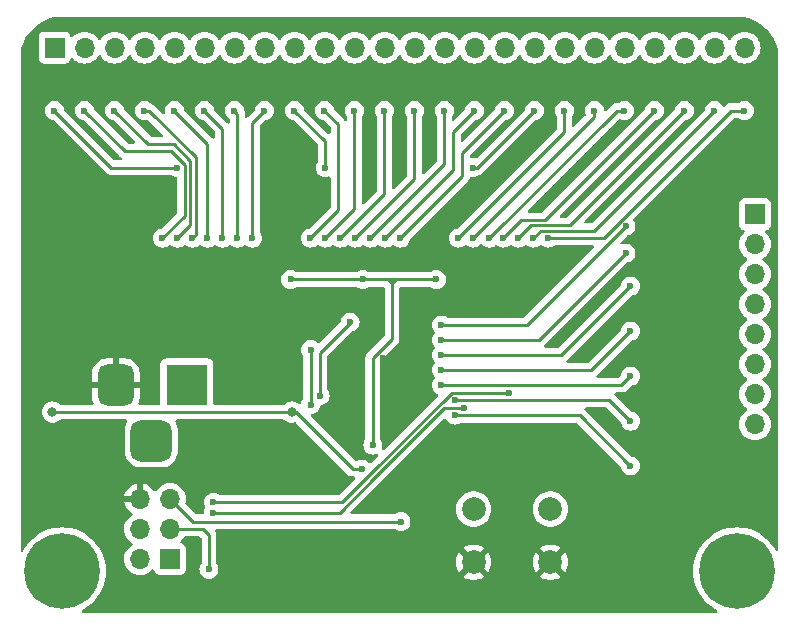
<source format=gbr>
%TF.GenerationSoftware,KiCad,Pcbnew,8.0.1*%
%TF.CreationDate,2024-04-26T21:38:42+06:30*%
%TF.ProjectId,Project,50726f6a-6563-4742-9e6b-696361645f70,1.0*%
%TF.SameCoordinates,PX60e4b00PY853a720*%
%TF.FileFunction,Copper,L2,Bot*%
%TF.FilePolarity,Positive*%
%FSLAX46Y46*%
G04 Gerber Fmt 4.6, Leading zero omitted, Abs format (unit mm)*
G04 Created by KiCad (PCBNEW 8.0.1) date 2024-04-26 21:38:42*
%MOMM*%
%LPD*%
G01*
G04 APERTURE LIST*
G04 Aperture macros list*
%AMRoundRect*
0 Rectangle with rounded corners*
0 $1 Rounding radius*
0 $2 $3 $4 $5 $6 $7 $8 $9 X,Y pos of 4 corners*
0 Add a 4 corners polygon primitive as box body*
4,1,4,$2,$3,$4,$5,$6,$7,$8,$9,$2,$3,0*
0 Add four circle primitives for the rounded corners*
1,1,$1+$1,$2,$3*
1,1,$1+$1,$4,$5*
1,1,$1+$1,$6,$7*
1,1,$1+$1,$8,$9*
0 Add four rect primitives between the rounded corners*
20,1,$1+$1,$2,$3,$4,$5,0*
20,1,$1+$1,$4,$5,$6,$7,0*
20,1,$1+$1,$6,$7,$8,$9,0*
20,1,$1+$1,$8,$9,$2,$3,0*%
G04 Aperture macros list end*
%TA.AperFunction,ComponentPad*%
%ADD10C,0.800000*%
%TD*%
%TA.AperFunction,ComponentPad*%
%ADD11C,6.400000*%
%TD*%
%TA.AperFunction,ComponentPad*%
%ADD12R,1.700000X1.700000*%
%TD*%
%TA.AperFunction,ComponentPad*%
%ADD13O,1.700000X1.700000*%
%TD*%
%TA.AperFunction,ComponentPad*%
%ADD14C,2.000000*%
%TD*%
%TA.AperFunction,ComponentPad*%
%ADD15R,3.500000X3.500000*%
%TD*%
%TA.AperFunction,ComponentPad*%
%ADD16RoundRect,0.750000X-0.750000X-1.000000X0.750000X-1.000000X0.750000X1.000000X-0.750000X1.000000X0*%
%TD*%
%TA.AperFunction,ComponentPad*%
%ADD17RoundRect,0.875000X-0.875000X-0.875000X0.875000X-0.875000X0.875000X0.875000X-0.875000X0.875000X0*%
%TD*%
%TA.AperFunction,ViaPad*%
%ADD18C,0.800000*%
%TD*%
%TA.AperFunction,ViaPad*%
%ADD19C,0.600000*%
%TD*%
%TA.AperFunction,Conductor*%
%ADD20C,0.254000*%
%TD*%
G04 APERTURE END LIST*
D10*
%TO.P,H1,1,1*%
%TO.N,unconnected-(H1-Pad1)_2*%
X1410000Y3810000D03*
%TO.N,unconnected-(H1-Pad1)_6*%
X2112944Y5507056D03*
%TO.N,unconnected-(H1-Pad1)_0*%
X2112944Y2112944D03*
%TO.N,unconnected-(H1-Pad1)_3*%
X3810000Y6210000D03*
D11*
%TO.N,unconnected-(H1-Pad1)_4*%
X3810000Y3810000D03*
D10*
%TO.N,unconnected-(H1-Pad1)_5*%
X3810000Y1410000D03*
%TO.N,unconnected-(H1-Pad1)_7*%
X5507056Y5507056D03*
%TO.N,unconnected-(H1-Pad1)*%
X5507056Y2112944D03*
%TO.N,unconnected-(H1-Pad1)_1*%
X6210000Y3810000D03*
%TD*%
D12*
%TO.P,J3,1,Pin_1*%
%TO.N,Net-(J3-Pin_1)*%
X62484000Y34021000D03*
D13*
%TO.P,J3,2,Pin_2*%
%TO.N,Net-(J3-Pin_2)*%
X62484000Y31481000D03*
%TO.P,J3,3,Pin_3*%
%TO.N,Net-(J3-Pin_3)*%
X62484000Y28941000D03*
%TO.P,J3,4,Pin_4*%
%TO.N,Net-(J3-Pin_4)*%
X62484000Y26401000D03*
%TO.P,J3,5,Pin_5*%
%TO.N,Net-(J3-Pin_5)*%
X62484000Y23861000D03*
%TO.P,J3,6,Pin_6*%
%TO.N,Net-(J3-Pin_6)*%
X62484000Y21321000D03*
%TO.P,J3,7,Pin_7*%
%TO.N,Net-(J3-Pin_7)*%
X62484000Y18781000D03*
%TO.P,J3,8,Pin_8*%
%TO.N,Net-(J3-Pin_8)*%
X62484000Y16241000D03*
%TD*%
D12*
%TO.P,J2,1,Pin_1*%
%TO.N,D01*%
X3185000Y48134000D03*
D13*
%TO.P,J2,2,Pin_2*%
%TO.N,D02*%
X5725000Y48134000D03*
%TO.P,J2,3,Pin_3*%
%TO.N,D03*%
X8265000Y48134000D03*
%TO.P,J2,4,Pin_4*%
%TO.N,D04*%
X10805000Y48134000D03*
%TO.P,J2,5,Pin_5*%
%TO.N,D05*%
X13345000Y48134000D03*
%TO.P,J2,6,Pin_6*%
%TO.N,D06*%
X15885000Y48134000D03*
%TO.P,J2,7,Pin_7*%
%TO.N,D07*%
X18425000Y48134000D03*
%TO.P,J2,8,Pin_8*%
%TO.N,D08*%
X20965000Y48134000D03*
%TO.P,J2,9,Pin_9*%
%TO.N,D09*%
X23505000Y48134000D03*
%TO.P,J2,10,Pin_10*%
%TO.N,D10*%
X26045000Y48134000D03*
%TO.P,J2,11,Pin_11*%
%TO.N,D11*%
X28585000Y48134000D03*
%TO.P,J2,12,Pin_12*%
%TO.N,D12*%
X31125000Y48134000D03*
%TO.P,J2,13,Pin_13*%
%TO.N,D13*%
X33665000Y48134000D03*
%TO.P,J2,14,Pin_14*%
%TO.N,D14*%
X36205000Y48134000D03*
%TO.P,J2,15,Pin_15*%
%TO.N,D15*%
X38745000Y48134000D03*
%TO.P,J2,16,Pin_16*%
%TO.N,D16*%
X41285000Y48134000D03*
%TO.P,J2,17,Pin_17*%
%TO.N,D17*%
X43825000Y48134000D03*
%TO.P,J2,18,Pin_18*%
%TO.N,D18*%
X46365000Y48134000D03*
%TO.P,J2,19,Pin_19*%
%TO.N,D19*%
X48905000Y48134000D03*
%TO.P,J2,20,Pin_20*%
%TO.N,D20*%
X51445000Y48134000D03*
%TO.P,J2,21,Pin_21*%
%TO.N,D21*%
X53985000Y48134000D03*
%TO.P,J2,22,Pin_22*%
%TO.N,D22*%
X56525000Y48134000D03*
%TO.P,J2,23,Pin_23*%
%TO.N,D23*%
X59065000Y48134000D03*
%TO.P,J2,24,Pin_24*%
%TO.N,D24*%
X61605000Y48134000D03*
%TD*%
D14*
%TO.P,SW1,1*%
%TO.N,NRST*%
X38660000Y9057200D03*
X45160000Y9057200D03*
%TO.P,SW1,2*%
%TO.N,GND*%
X38660000Y4557200D03*
X45160000Y4557200D03*
%TD*%
D10*
%TO.P,H2,1,1*%
%TO.N,unconnected-(H2-Pad1)_1*%
X58560000Y3810000D03*
%TO.N,unconnected-(H2-Pad1)_4*%
X59262944Y5507056D03*
%TO.N,unconnected-(H2-Pad1)*%
X59262944Y2112944D03*
%TO.N,unconnected-(H2-Pad1)_7*%
X60960000Y6210000D03*
D11*
%TO.N,unconnected-(H2-Pad1)_3*%
X60960000Y3810000D03*
D10*
%TO.N,unconnected-(H2-Pad1)_6*%
X60960000Y1410000D03*
%TO.N,unconnected-(H2-Pad1)_2*%
X62657056Y5507056D03*
%TO.N,unconnected-(H2-Pad1)_0*%
X62657056Y2112944D03*
%TO.N,unconnected-(H2-Pad1)_5*%
X63360000Y3810000D03*
%TD*%
D12*
%TO.P,J4,1,MISO*%
%TO.N,MISO0*%
X12959000Y4841000D03*
D13*
%TO.P,J4,2,VCC*%
%TO.N,+5V*%
X10419000Y4841000D03*
%TO.P,J4,3,SCK*%
%TO.N,SCK0*%
X12959000Y7381000D03*
%TO.P,J4,4,MOSI*%
%TO.N,MOSI0*%
X10419000Y7381000D03*
%TO.P,J4,5,~{RST*%
%TO.N,NRST*%
X12959000Y9921000D03*
%TO.P,J4,6,GND*%
%TO.N,GND*%
X10419000Y9921000D03*
%TD*%
D15*
%TO.P,J1,1*%
%TO.N,/Columns and DC Jack/Vin*%
X14382000Y19558000D03*
D16*
%TO.P,J1,2*%
%TO.N,GND*%
X8382000Y19558000D03*
D17*
%TO.P,J1,3*%
%TO.N,N/C*%
X11382000Y14858000D03*
%TD*%
D18*
%TO.N,+5V*%
X2997200Y17272000D03*
X23260000Y17272000D03*
D19*
X29208857Y12446000D03*
%TO.N,Net-(U3-QA)*%
X13589000Y37973000D03*
X3175000Y42799000D03*
%TO.N,Net-(U3-QB)*%
X5715000Y42799000D03*
X12319000Y32004000D03*
%TO.N,Net-(U3-QC)*%
X13589000Y32004000D03*
X8255000Y42799000D03*
%TO.N,Net-(U3-QD)*%
X14859000Y32004000D03*
X10795000Y42799000D03*
%TO.N,Net-(U3-QE)*%
X13335000Y42799000D03*
X16129000Y32004000D03*
%TO.N,Net-(U3-QF)*%
X17399000Y32004000D03*
X15875000Y42799000D03*
%TO.N,Net-(U3-QG)*%
X18415000Y42799000D03*
X18669000Y32004000D03*
%TO.N,Net-(U3-QH)*%
X20955000Y42799000D03*
X19939000Y32004000D03*
%TO.N,Net-(U5-QA)*%
X38633400Y37973000D03*
X43815000Y42799000D03*
%TO.N,Net-(U5-QB)*%
X37363400Y32004000D03*
X46355000Y42799000D03*
%TO.N,Net-(U5-QC)*%
X38633400Y32004000D03*
X48895000Y42799000D03*
%TO.N,Net-(U5-QD)*%
X51435000Y42799000D03*
X40005000Y32004000D03*
%TO.N,Net-(U5-QE)*%
X41173400Y32004000D03*
X53975000Y42799000D03*
%TO.N,Net-(U5-QF)*%
X56515000Y42799000D03*
X42443400Y32004000D03*
%TO.N,Net-(U5-QG)*%
X59055000Y42799000D03*
X43713400Y32004000D03*
%TO.N,Net-(U5-QH)*%
X61595000Y42799000D03*
X44983400Y32004000D03*
%TO.N,Net-(U4-QA)*%
X23495000Y42799000D03*
X26111200Y37973000D03*
%TO.N,Net-(U4-QB)*%
X24841200Y32004000D03*
X26035000Y42799000D03*
%TO.N,Net-(U4-QC)*%
X28575000Y42799000D03*
X26111200Y32004000D03*
%TO.N,Net-(U4-QD)*%
X31115000Y42799000D03*
X27381200Y32004000D03*
%TO.N,Net-(U4-QE)*%
X33655000Y42799000D03*
X28651200Y32004000D03*
%TO.N,Net-(U4-QF)*%
X36195000Y42799000D03*
X29921200Y32004000D03*
%TO.N,Net-(U4-QG)*%
X31191200Y32004000D03*
X38735000Y42799000D03*
%TO.N,Net-(U4-QH)*%
X41275000Y42799000D03*
X32461200Y32004000D03*
%TO.N,NRST*%
X32512000Y8001000D03*
%TO.N,/Col_Latch*%
X25660000Y18663000D03*
X28200350Y24892000D03*
%TO.N,/Row_Data*%
X16637000Y8763000D03*
X37846000Y17636212D03*
%TO.N,/RCLK*%
X30124400Y14478000D03*
X29278200Y28506800D03*
X35509200Y28498800D03*
X23164800Y28498800D03*
%TO.N,/Col_Data*%
X24860000Y17907000D03*
X24860000Y22555200D03*
%TO.N,/Row_Latch*%
X41656000Y18915000D03*
X16638144Y9650856D03*
%TO.N,GND*%
X19913600Y15646400D03*
X10668000Y23114000D03*
X49530000Y7747000D03*
X44323000Y34798000D03*
X25146000Y35712400D03*
X53467000Y4064000D03*
X27736800Y17068800D03*
X2133600Y40640000D03*
X38455600Y36423600D03*
X61468000Y11379200D03*
X41910000Y6731000D03*
X34848800Y11226800D03*
X30988000Y21844000D03*
X30988000Y17907000D03*
X21209000Y32004000D03*
X22098000Y15951200D03*
X15748000Y15341600D03*
X35509200Y33426400D03*
X24892000Y37846000D03*
X8026400Y14986000D03*
X1143000Y28067000D03*
X61849000Y41529000D03*
X21209000Y28321000D03*
X34290000Y3810000D03*
X22352000Y44246800D03*
X32410400Y37592000D03*
%TO.N,Net-(U2-QB)*%
X35941000Y24638000D03*
X51562000Y33020000D03*
%TO.N,Net-(U2-QC)*%
X35941000Y23355000D03*
X51562000Y30734000D03*
%TO.N,Net-(U2-QD)*%
X51943000Y27940000D03*
X35941000Y22098000D03*
%TO.N,Net-(U2-QE)*%
X35941000Y20815000D03*
X51943000Y24130000D03*
%TO.N,Net-(U2-QF)*%
X51943000Y20320000D03*
X35941000Y19545000D03*
%TO.N,Net-(U2-QG)*%
X51943000Y16509932D03*
X37084000Y18275000D03*
%TO.N,Net-(U2-QH)*%
X51943000Y12710500D03*
X37084000Y17005000D03*
%TO.N,SCK0*%
X16256000Y3962400D03*
%TD*%
D20*
%TO.N,+5V*%
X23622000Y17272000D02*
X28448000Y12446000D01*
X28448000Y12446000D02*
X29208857Y12446000D01*
X23260000Y17272000D02*
X23622000Y17272000D01*
X2997200Y17272000D02*
X23260000Y17272000D01*
%TO.N,Net-(U3-QA)*%
X3175000Y42799000D02*
X8001000Y37973000D01*
X8001000Y37973000D02*
X13589000Y37973000D01*
%TO.N,Net-(U3-QB)*%
X14216000Y33901000D02*
X14216000Y38232712D01*
X14216000Y38232712D02*
X13078712Y39370000D01*
X12319000Y32004000D02*
X14216000Y33901000D01*
X9144000Y39370000D02*
X5715000Y42799000D01*
X13078712Y39370000D02*
X9144000Y39370000D01*
%TO.N,Net-(U3-QC)*%
X13589000Y32004000D02*
X14670000Y33085000D01*
X14670000Y33085000D02*
X14670000Y38543000D01*
X13273000Y39940000D02*
X11114000Y39940000D01*
X11114000Y39940000D02*
X8255000Y42799000D01*
X14670000Y38543000D02*
X13273000Y39940000D01*
%TO.N,Net-(U3-QD)*%
X15124000Y38851000D02*
X11176000Y42799000D01*
X11176000Y42799000D02*
X10795000Y42799000D01*
X15124000Y32269000D02*
X15124000Y38851000D01*
X14859000Y32004000D02*
X15124000Y32269000D01*
%TO.N,Net-(U3-QE)*%
X16129000Y32004000D02*
X16129000Y40005000D01*
X16129000Y40005000D02*
X13335000Y42799000D01*
%TO.N,Net-(U3-QF)*%
X17399000Y41275000D02*
X15875000Y42799000D01*
X17399000Y32004000D02*
X17399000Y41275000D01*
%TO.N,Net-(U3-QG)*%
X18669000Y42545000D02*
X18415000Y42799000D01*
X18669000Y32004000D02*
X18669000Y42545000D01*
%TO.N,Net-(U3-QH)*%
X19939000Y41783000D02*
X20955000Y42799000D01*
X19939000Y32004000D02*
X19939000Y41783000D01*
%TO.N,Net-(U5-QA)*%
X38989000Y37973000D02*
X43815000Y42799000D01*
X38633400Y37973000D02*
X38989000Y37973000D01*
%TO.N,Net-(U5-QB)*%
X46355000Y40995600D02*
X46355000Y42799000D01*
X37363400Y32004000D02*
X46355000Y40995600D01*
%TO.N,Net-(U5-QC)*%
X38633400Y32004000D02*
X48895000Y42265600D01*
X48895000Y42265600D02*
X48895000Y42799000D01*
%TO.N,Net-(U5-QD)*%
X40005000Y32004000D02*
X50800000Y42799000D01*
X50800000Y42799000D02*
X51435000Y42799000D01*
%TO.N,Net-(U5-QE)*%
X41173400Y32004000D02*
X42708400Y33539000D01*
X42708400Y33539000D02*
X44715000Y33539000D01*
X44715000Y33539000D02*
X53975000Y42799000D01*
%TO.N,Net-(U5-QF)*%
X43524400Y33085000D02*
X46801000Y33085000D01*
X42443400Y32004000D02*
X43524400Y33085000D01*
X46801000Y33085000D02*
X56515000Y42799000D01*
%TO.N,Net-(U5-QG)*%
X48887000Y32631000D02*
X59055000Y42799000D01*
X44340400Y32631000D02*
X48887000Y32631000D01*
X43713400Y32004000D02*
X44340400Y32631000D01*
%TO.N,Net-(U5-QH)*%
X49659288Y32004000D02*
X60454288Y42799000D01*
X60454288Y42799000D02*
X61595000Y42799000D01*
X44983400Y32004000D02*
X49659288Y32004000D01*
%TO.N,Net-(U4-QA)*%
X26111200Y37973000D02*
X26111200Y40182800D01*
X26111200Y40182800D02*
X23495000Y42799000D01*
%TO.N,Net-(U4-QB)*%
X27178000Y41656000D02*
X26035000Y42799000D01*
X27178000Y34340800D02*
X27178000Y41656000D01*
X24841200Y32004000D02*
X27178000Y34340800D01*
%TO.N,Net-(U4-QC)*%
X26111200Y32004000D02*
X28575000Y34467800D01*
X28575000Y34467800D02*
X28575000Y42799000D01*
%TO.N,Net-(U4-QD)*%
X27381200Y32004000D02*
X31115000Y35737800D01*
X31115000Y35737800D02*
X31115000Y42799000D01*
%TO.N,Net-(U4-QE)*%
X28651200Y32004000D02*
X33655000Y37007800D01*
X33655000Y37007800D02*
X33655000Y42799000D01*
%TO.N,Net-(U4-QF)*%
X29921200Y32004000D02*
X36195000Y38277800D01*
X36195000Y38277800D02*
X36195000Y42799000D01*
%TO.N,Net-(U4-QG)*%
X36957000Y37769800D02*
X36957000Y41021000D01*
X31191200Y32004000D02*
X36957000Y37769800D01*
X36957000Y41021000D02*
X38735000Y42799000D01*
%TO.N,Net-(U4-QH)*%
X37719000Y37261800D02*
X37719000Y39243000D01*
X37719000Y39243000D02*
X41275000Y42799000D01*
X32461200Y32004000D02*
X37719000Y37261800D01*
%TO.N,NRST*%
X32512000Y8001000D02*
X14879000Y8001000D01*
X14879000Y8001000D02*
X12959000Y9921000D01*
%TO.N,/Col_Latch*%
X28200350Y24892000D02*
X28200350Y24834850D01*
X25660000Y22294500D02*
X25660000Y18663000D01*
X28200350Y24834850D02*
X25660000Y22294500D01*
%TO.N,/Row_Data*%
X30353356Y11811356D02*
X36178212Y17636212D01*
X27307476Y8763000D02*
X30353356Y11808880D01*
X30353356Y11808880D02*
X30353356Y11811356D01*
X16637000Y8763000D02*
X27307476Y8763000D01*
X36178212Y17636212D02*
X37846000Y17636212D01*
%TO.N,/RCLK*%
X31750000Y23492712D02*
X31750000Y28143200D01*
X31394400Y28506800D02*
X29278200Y28506800D01*
X23164800Y28498800D02*
X29168600Y28498800D01*
X31750000Y28506800D02*
X31394400Y28506800D01*
X32105600Y28506800D02*
X31750000Y28506800D01*
X32105600Y28498800D02*
X32105600Y28506800D01*
X31750000Y28143200D02*
X31750000Y28151200D01*
X31750000Y28143200D02*
X31750000Y28506800D01*
X35501200Y28506800D02*
X32105600Y28506800D01*
X31750000Y28143200D02*
X32105600Y28498800D01*
X35509200Y28498800D02*
X35501200Y28506800D01*
X30124400Y21867112D02*
X31750000Y23492712D01*
X29168600Y28498800D02*
X29219400Y28448000D01*
X31750000Y28151200D02*
X31394400Y28506800D01*
X30124400Y14478000D02*
X30124400Y21867112D01*
%TO.N,/Col_Data*%
X24860000Y22555200D02*
X24860000Y17907000D01*
%TO.N,/Row_Latch*%
X27553280Y9650856D02*
X29899356Y11996932D01*
X29899356Y11996932D02*
X29899356Y11999408D01*
X29899356Y11999408D02*
X36814948Y18915000D01*
X16638144Y9650856D02*
X27553280Y9650856D01*
X36814948Y18915000D02*
X41656000Y18915000D01*
%TO.N,Net-(U2-QB)*%
X51562000Y33020000D02*
X43180000Y24638000D01*
X43180000Y24638000D02*
X35941000Y24638000D01*
%TO.N,Net-(U2-QC)*%
X51562000Y30734000D02*
X44183000Y23355000D01*
X44183000Y23355000D02*
X35941000Y23355000D01*
%TO.N,Net-(U2-QD)*%
X46101000Y22098000D02*
X51943000Y27940000D01*
X35941000Y22098000D02*
X46101000Y22098000D01*
%TO.N,Net-(U2-QE)*%
X48641000Y20828000D02*
X51943000Y24130000D01*
X35941000Y20815000D02*
X35954000Y20828000D01*
X35954000Y20828000D02*
X48641000Y20828000D01*
%TO.N,Net-(U2-QF)*%
X51181000Y19558000D02*
X51943000Y20320000D01*
X35941000Y19545000D02*
X35954000Y19558000D01*
X35954000Y19558000D02*
X51181000Y19558000D01*
%TO.N,Net-(U2-QG)*%
X37084000Y18275000D02*
X37097000Y18288000D01*
X50164932Y18288000D02*
X51943000Y16509932D01*
X37097000Y18288000D02*
X50164932Y18288000D01*
%TO.N,Net-(U2-QH)*%
X51932500Y12710500D02*
X51943000Y12710500D01*
X47638000Y17005000D02*
X51932500Y12710500D01*
X37084000Y17005000D02*
X47638000Y17005000D01*
%TO.N,SCK0*%
X16256000Y3962400D02*
X16256000Y6858000D01*
X15733000Y7381000D02*
X12959000Y7381000D01*
X16256000Y6858000D02*
X15733000Y7381000D01*
%TD*%
%TA.AperFunction,Conductor*%
%TO.N,GND*%
G36*
X60963032Y50753352D02*
G01*
X61297909Y50736900D01*
X61310018Y50735707D01*
X61638642Y50686960D01*
X61650576Y50684586D01*
X61811293Y50644329D01*
X61972858Y50603859D01*
X61984486Y50600331D01*
X62297290Y50488409D01*
X62308519Y50483758D01*
X62608877Y50341700D01*
X62619585Y50335976D01*
X62904544Y50165178D01*
X62914662Y50158418D01*
X63181514Y49960506D01*
X63190920Y49952786D01*
X63437084Y49729676D01*
X63445675Y49721085D01*
X63633678Y49513656D01*
X63668785Y49474921D01*
X63676505Y49465515D01*
X63874417Y49198663D01*
X63881177Y49188545D01*
X64050473Y48906091D01*
X64051968Y48903598D01*
X64057703Y48892870D01*
X64116278Y48769023D01*
X64199754Y48592527D01*
X64204410Y48581284D01*
X64316327Y48268497D01*
X64319860Y48256852D01*
X64400585Y47934577D01*
X64402959Y47922643D01*
X64451706Y47594019D01*
X64452899Y47581909D01*
X64469351Y47247034D01*
X64469500Y47240949D01*
X64469500Y5589768D01*
X64449815Y5522729D01*
X64397011Y5476974D01*
X64327853Y5467030D01*
X64264297Y5496055D01*
X64235015Y5533473D01*
X64169122Y5662794D01*
X63957877Y5988083D01*
X63785682Y6200726D01*
X63713781Y6289516D01*
X63439516Y6563781D01*
X63267385Y6703170D01*
X63138082Y6807878D01*
X62812793Y7019123D01*
X62467197Y7195213D01*
X62105094Y7334212D01*
X62063299Y7345411D01*
X61730433Y7434602D01*
X61730429Y7434603D01*
X61730428Y7434603D01*
X61347339Y7495278D01*
X60960001Y7515578D01*
X60959999Y7515578D01*
X60572660Y7495278D01*
X60189572Y7434603D01*
X60189570Y7434603D01*
X59814905Y7334212D01*
X59452802Y7195213D01*
X59107206Y7019123D01*
X58781917Y6807878D01*
X58480488Y6563785D01*
X58480480Y6563778D01*
X58206222Y6289520D01*
X58206215Y6289512D01*
X57962122Y5988083D01*
X57750877Y5662794D01*
X57574787Y5317198D01*
X57435788Y4955095D01*
X57335397Y4580430D01*
X57335397Y4580428D01*
X57274722Y4197340D01*
X57254422Y3810001D01*
X57254422Y3810000D01*
X57274722Y3422661D01*
X57335397Y3039573D01*
X57335397Y3039571D01*
X57435788Y2664906D01*
X57574787Y2302803D01*
X57750877Y1957207D01*
X57962122Y1631918D01*
X57962124Y1631916D01*
X58206219Y1330484D01*
X58480484Y1056219D01*
X58480488Y1056216D01*
X58781917Y812123D01*
X59107206Y600878D01*
X59107211Y600875D01*
X59236528Y534985D01*
X59287324Y487011D01*
X59304119Y419190D01*
X59281582Y353055D01*
X59226867Y309603D01*
X59180233Y300500D01*
X5589767Y300500D01*
X5522728Y320185D01*
X5476973Y372989D01*
X5467029Y442147D01*
X5496054Y505703D01*
X5533472Y534985D01*
X5662789Y600875D01*
X5988084Y812124D01*
X6289516Y1056219D01*
X6563781Y1330484D01*
X6807876Y1631916D01*
X7019125Y1957211D01*
X7195214Y2302806D01*
X7334214Y2664913D01*
X7434602Y3039567D01*
X7495278Y3422662D01*
X7515578Y3810000D01*
X7495278Y4197338D01*
X7434602Y4580433D01*
X7334214Y4955087D01*
X7195214Y5317194D01*
X7019125Y5662789D01*
X6986907Y5712401D01*
X6807877Y5988083D01*
X6635682Y6200726D01*
X6563781Y6289516D01*
X6289516Y6563781D01*
X6117385Y6703170D01*
X5988082Y6807878D01*
X5662793Y7019123D01*
X5317197Y7195213D01*
X4955094Y7334212D01*
X4913299Y7345411D01*
X4580433Y7434602D01*
X4580429Y7434603D01*
X4580428Y7434603D01*
X4197339Y7495278D01*
X3810001Y7515578D01*
X3809999Y7515578D01*
X3422660Y7495278D01*
X3039572Y7434603D01*
X3039570Y7434603D01*
X2664905Y7334212D01*
X2302802Y7195213D01*
X1957206Y7019123D01*
X1631917Y6807878D01*
X1330488Y6563785D01*
X1330480Y6563778D01*
X1056222Y6289520D01*
X1056215Y6289512D01*
X812122Y5988083D01*
X600877Y5662794D01*
X534985Y5533473D01*
X487010Y5482677D01*
X419189Y5465882D01*
X353054Y5488419D01*
X309603Y5543135D01*
X300500Y5589768D01*
X300500Y17272000D01*
X2091740Y17272000D01*
X2111526Y17083744D01*
X2111527Y17083741D01*
X2170018Y16903723D01*
X2170021Y16903716D01*
X2264667Y16739784D01*
X2354404Y16640121D01*
X2391329Y16599112D01*
X2544465Y16487852D01*
X2544470Y16487849D01*
X2717392Y16410858D01*
X2717397Y16410856D01*
X2902554Y16371500D01*
X2902555Y16371500D01*
X3091844Y16371500D01*
X3091846Y16371500D01*
X3277003Y16410856D01*
X3449930Y16487849D01*
X3603071Y16599112D01*
X3606999Y16603475D01*
X3666486Y16640121D01*
X3699147Y16644500D01*
X9230504Y16644500D01*
X9297543Y16624815D01*
X9343298Y16572011D01*
X9353242Y16502853D01*
X9337450Y16457742D01*
X9261425Y16328190D01*
X9212836Y16199435D01*
X9178755Y16109126D01*
X9178754Y16109124D01*
X9178754Y16109122D01*
X9134295Y15879245D01*
X9134295Y15879244D01*
X9131501Y15826653D01*
X9131500Y15826614D01*
X9131500Y13889387D01*
X9131501Y13889348D01*
X9134295Y13836757D01*
X9134295Y13836756D01*
X9166075Y13672435D01*
X9178755Y13606874D01*
X9209808Y13524590D01*
X9261425Y13387811D01*
X9379929Y13185869D01*
X9379934Y13185862D01*
X9530856Y13006859D01*
X9530858Y13006857D01*
X9709861Y12855935D01*
X9709868Y12855930D01*
X9911810Y12737426D01*
X10130874Y12654755D01*
X10360759Y12610295D01*
X10413378Y12607500D01*
X10413386Y12607500D01*
X12350614Y12607500D01*
X12350622Y12607500D01*
X12403241Y12610295D01*
X12633126Y12654755D01*
X12852190Y12737426D01*
X13054132Y12855930D01*
X13161416Y12946384D01*
X13233141Y13006857D01*
X13233143Y13006859D01*
X13384065Y13185862D01*
X13384065Y13185863D01*
X13384070Y13185868D01*
X13502574Y13387810D01*
X13585245Y13606874D01*
X13629705Y13836759D01*
X13632500Y13889378D01*
X13632500Y15826622D01*
X13629705Y15879241D01*
X13585245Y16109126D01*
X13502574Y16328190D01*
X13426549Y16457743D01*
X13409598Y16525524D01*
X13431982Y16591711D01*
X13486597Y16635289D01*
X13533496Y16644500D01*
X22558053Y16644500D01*
X22625092Y16624815D01*
X22650199Y16603477D01*
X22654129Y16599112D01*
X22654132Y16599109D01*
X22654135Y16599107D01*
X22807265Y16487852D01*
X22807270Y16487849D01*
X22980192Y16410858D01*
X22980197Y16410856D01*
X23165354Y16371500D01*
X23165355Y16371500D01*
X23354644Y16371500D01*
X23354646Y16371500D01*
X23520067Y16406661D01*
X23589734Y16401345D01*
X23633529Y16373052D01*
X27960589Y12045992D01*
X28021869Y11984712D01*
X28047994Y11958587D01*
X28047996Y11958586D01*
X28150756Y11889924D01*
X28150760Y11889922D01*
X28150767Y11889917D01*
X28191225Y11873159D01*
X28264966Y11842614D01*
X28386192Y11818501D01*
X28386196Y11818500D01*
X28386197Y11818500D01*
X28534142Y11818500D01*
X28601181Y11798815D01*
X28646936Y11746011D01*
X28656880Y11676853D01*
X28627855Y11613297D01*
X28621823Y11606819D01*
X27329680Y10314675D01*
X27268357Y10281190D01*
X27241999Y10278356D01*
X17179816Y10278356D01*
X17113844Y10297362D01*
X16987667Y10376645D01*
X16817398Y10436225D01*
X16817393Y10436226D01*
X16638148Y10456421D01*
X16638140Y10456421D01*
X16458894Y10436226D01*
X16458889Y10436225D01*
X16288620Y10376645D01*
X16135881Y10280672D01*
X16008328Y10153119D01*
X15912355Y10000380D01*
X15852775Y9830111D01*
X15852774Y9830106D01*
X15832579Y9650860D01*
X15832579Y9650853D01*
X15852774Y9471607D01*
X15852775Y9471602D01*
X15912355Y9301332D01*
X15929648Y9273812D01*
X15948649Y9206575D01*
X15929650Y9141869D01*
X15911209Y9112520D01*
X15851633Y8942263D01*
X15851630Y8942250D01*
X15831435Y8763004D01*
X15831435Y8756037D01*
X15829238Y8756037D01*
X15819007Y8697576D01*
X15771665Y8646191D01*
X15707834Y8628500D01*
X15190281Y8628500D01*
X15123242Y8648185D01*
X15102600Y8664819D01*
X14299835Y9467584D01*
X14266350Y9528907D01*
X14267741Y9587359D01*
X14274878Y9613993D01*
X14294063Y9685592D01*
X14314659Y9921000D01*
X14294063Y10156408D01*
X14232903Y10384663D01*
X14133035Y10598829D01*
X14127731Y10606405D01*
X13997494Y10792403D01*
X13830402Y10959494D01*
X13830395Y10959499D01*
X13636834Y11095033D01*
X13636830Y11095035D01*
X13636828Y11095036D01*
X13422663Y11194903D01*
X13422659Y11194904D01*
X13422655Y11194906D01*
X13194413Y11256062D01*
X13194403Y11256064D01*
X12959001Y11276659D01*
X12958999Y11276659D01*
X12723596Y11256064D01*
X12723586Y11256062D01*
X12495344Y11194906D01*
X12495335Y11194902D01*
X12281171Y11095036D01*
X12281169Y11095035D01*
X12087597Y10959495D01*
X11920508Y10792406D01*
X11790269Y10606405D01*
X11735692Y10562781D01*
X11666193Y10555588D01*
X11603839Y10587110D01*
X11587119Y10606406D01*
X11457113Y10792074D01*
X11457108Y10792080D01*
X11290082Y10959106D01*
X11096578Y11094601D01*
X10882492Y11194430D01*
X10882486Y11194433D01*
X10669000Y11251636D01*
X10669000Y10354012D01*
X10611993Y10386925D01*
X10484826Y10421000D01*
X10353174Y10421000D01*
X10226007Y10386925D01*
X10169000Y10354012D01*
X10169000Y11251636D01*
X10168999Y11251636D01*
X9955513Y11194433D01*
X9955507Y11194430D01*
X9741422Y11094601D01*
X9741420Y11094600D01*
X9547926Y10959114D01*
X9547920Y10959109D01*
X9380891Y10792080D01*
X9380886Y10792074D01*
X9245400Y10598580D01*
X9245399Y10598578D01*
X9145570Y10384493D01*
X9145567Y10384487D01*
X9088364Y10171001D01*
X9088364Y10171000D01*
X9985988Y10171000D01*
X9953075Y10113993D01*
X9919000Y9986826D01*
X9919000Y9855174D01*
X9953075Y9728007D01*
X9985988Y9671000D01*
X9088364Y9671000D01*
X9145567Y9457514D01*
X9145570Y9457508D01*
X9245399Y9243422D01*
X9380894Y9049918D01*
X9547917Y8882895D01*
X9733595Y8752881D01*
X9777219Y8698304D01*
X9784412Y8628805D01*
X9752890Y8566451D01*
X9733595Y8549731D01*
X9547594Y8419492D01*
X9380505Y8252403D01*
X9244965Y8058831D01*
X9244964Y8058829D01*
X9145098Y7844665D01*
X9145094Y7844656D01*
X9083938Y7616414D01*
X9083936Y7616404D01*
X9063341Y7381001D01*
X9063341Y7381000D01*
X9083936Y7145597D01*
X9083938Y7145587D01*
X9145094Y6917345D01*
X9145096Y6917341D01*
X9145097Y6917337D01*
X9149000Y6908968D01*
X9244965Y6703170D01*
X9244967Y6703166D01*
X9342566Y6563781D01*
X9380501Y6509604D01*
X9380506Y6509598D01*
X9547597Y6342507D01*
X9547603Y6342502D01*
X9733158Y6212575D01*
X9776783Y6157998D01*
X9783977Y6088500D01*
X9752454Y6026145D01*
X9733158Y6009425D01*
X9547597Y5879495D01*
X9380505Y5712403D01*
X9244965Y5518831D01*
X9244964Y5518829D01*
X9145098Y5304665D01*
X9145094Y5304656D01*
X9083938Y5076414D01*
X9083936Y5076404D01*
X9063341Y4841001D01*
X9063341Y4841000D01*
X9083936Y4605597D01*
X9083938Y4605587D01*
X9145094Y4377345D01*
X9145096Y4377341D01*
X9145097Y4377337D01*
X9160219Y4344908D01*
X9244965Y4163170D01*
X9244967Y4163166D01*
X9327931Y4044682D01*
X9380505Y3969599D01*
X9547599Y3802505D01*
X9644384Y3734735D01*
X9741165Y3666968D01*
X9741167Y3666967D01*
X9741170Y3666965D01*
X9955337Y3567097D01*
X10183592Y3505937D01*
X10360034Y3490500D01*
X10418999Y3485341D01*
X10419000Y3485341D01*
X10419001Y3485341D01*
X10477966Y3490500D01*
X10654408Y3505937D01*
X10882663Y3567097D01*
X11096830Y3666965D01*
X11290401Y3802505D01*
X11412329Y3924434D01*
X11473648Y3957916D01*
X11543340Y3952932D01*
X11599274Y3911061D01*
X11616189Y3880083D01*
X11665202Y3748672D01*
X11665206Y3748665D01*
X11751452Y3633456D01*
X11751455Y3633453D01*
X11866664Y3547207D01*
X11866671Y3547203D01*
X12001517Y3496909D01*
X12001516Y3496909D01*
X12008444Y3496165D01*
X12061127Y3490500D01*
X13856872Y3490501D01*
X13916483Y3496909D01*
X14051331Y3547204D01*
X14166546Y3633454D01*
X14252796Y3748669D01*
X14303091Y3883517D01*
X14309500Y3943127D01*
X14309499Y5738872D01*
X14303091Y5798483D01*
X14301810Y5801917D01*
X14252797Y5933329D01*
X14252793Y5933336D01*
X14166547Y6048545D01*
X14166544Y6048548D01*
X14051335Y6134794D01*
X14051328Y6134798D01*
X13919917Y6183811D01*
X13863983Y6225682D01*
X13839566Y6291147D01*
X13854418Y6359420D01*
X13875563Y6387668D01*
X13997495Y6509599D01*
X14131252Y6700625D01*
X14185829Y6744248D01*
X14232827Y6753500D01*
X15421719Y6753500D01*
X15488758Y6733815D01*
X15509400Y6717181D01*
X15592181Y6634400D01*
X15625666Y6573077D01*
X15628500Y6546719D01*
X15628500Y4504072D01*
X15609494Y4438100D01*
X15530211Y4311924D01*
X15470631Y4141655D01*
X15470630Y4141650D01*
X15450435Y3962404D01*
X15450435Y3962397D01*
X15470630Y3783151D01*
X15470631Y3783146D01*
X15530211Y3612877D01*
X15603079Y3496909D01*
X15626184Y3460138D01*
X15753738Y3332584D01*
X15906478Y3236611D01*
X16071589Y3178836D01*
X16076745Y3177032D01*
X16076750Y3177031D01*
X16255996Y3156835D01*
X16256000Y3156835D01*
X16256004Y3156835D01*
X16435249Y3177031D01*
X16435252Y3177032D01*
X16435255Y3177032D01*
X16605522Y3236611D01*
X16758262Y3332584D01*
X16885816Y3460138D01*
X16981789Y3612878D01*
X17041368Y3783145D01*
X17043549Y3802502D01*
X17061565Y3962397D01*
X17061565Y3962404D01*
X17041369Y4141650D01*
X17041368Y4141655D01*
X17014132Y4219492D01*
X16981789Y4311922D01*
X16902505Y4438101D01*
X16883500Y4504072D01*
X16883500Y4557195D01*
X37154859Y4557195D01*
X37175385Y4309471D01*
X37175387Y4309462D01*
X37236412Y4068483D01*
X37336266Y3840836D01*
X37436564Y3687318D01*
X38136212Y4386966D01*
X38147482Y4344908D01*
X38219890Y4219492D01*
X38322292Y4117090D01*
X38447708Y4044682D01*
X38489765Y4033413D01*
X37789942Y3333591D01*
X37836768Y3297145D01*
X37836770Y3297144D01*
X38055385Y3178836D01*
X38055396Y3178831D01*
X38290506Y3098117D01*
X38535707Y3057200D01*
X38784293Y3057200D01*
X39029493Y3098117D01*
X39264603Y3178831D01*
X39264614Y3178836D01*
X39483228Y3297143D01*
X39483231Y3297145D01*
X39530056Y3333591D01*
X38830234Y4033413D01*
X38872292Y4044682D01*
X38997708Y4117090D01*
X39100110Y4219492D01*
X39172518Y4344908D01*
X39183787Y4386965D01*
X39883434Y3687318D01*
X39983731Y3840831D01*
X40083587Y4068483D01*
X40144612Y4309462D01*
X40144614Y4309471D01*
X40165141Y4557195D01*
X43654859Y4557195D01*
X43675385Y4309471D01*
X43675387Y4309462D01*
X43736412Y4068483D01*
X43836266Y3840836D01*
X43936564Y3687318D01*
X44636212Y4386966D01*
X44647482Y4344908D01*
X44719890Y4219492D01*
X44822292Y4117090D01*
X44947708Y4044682D01*
X44989765Y4033413D01*
X44289942Y3333591D01*
X44336768Y3297145D01*
X44336770Y3297144D01*
X44555385Y3178836D01*
X44555396Y3178831D01*
X44790506Y3098117D01*
X45035707Y3057200D01*
X45284293Y3057200D01*
X45529493Y3098117D01*
X45764603Y3178831D01*
X45764614Y3178836D01*
X45983228Y3297143D01*
X45983231Y3297145D01*
X46030056Y3333591D01*
X45330234Y4033413D01*
X45372292Y4044682D01*
X45497708Y4117090D01*
X45600110Y4219492D01*
X45672518Y4344908D01*
X45683787Y4386965D01*
X46383434Y3687318D01*
X46483731Y3840831D01*
X46583587Y4068483D01*
X46644612Y4309462D01*
X46644614Y4309471D01*
X46665141Y4557195D01*
X46665141Y4557206D01*
X46644614Y4804930D01*
X46644612Y4804939D01*
X46583587Y5045918D01*
X46483731Y5273570D01*
X46383434Y5427084D01*
X45683787Y4727436D01*
X45672518Y4769492D01*
X45600110Y4894908D01*
X45497708Y4997310D01*
X45372292Y5069718D01*
X45330235Y5080988D01*
X46030057Y5780810D01*
X46030056Y5780811D01*
X45983229Y5817257D01*
X45764614Y5935565D01*
X45764603Y5935570D01*
X45529493Y6016284D01*
X45284293Y6057200D01*
X45035707Y6057200D01*
X44790506Y6016284D01*
X44555396Y5935570D01*
X44555390Y5935568D01*
X44336761Y5817251D01*
X44289942Y5780812D01*
X44289942Y5780810D01*
X44989765Y5080988D01*
X44947708Y5069718D01*
X44822292Y4997310D01*
X44719890Y4894908D01*
X44647482Y4769492D01*
X44636212Y4727436D01*
X43936564Y5427084D01*
X43836267Y5273568D01*
X43736412Y5045918D01*
X43675387Y4804939D01*
X43675385Y4804930D01*
X43654859Y4557206D01*
X43654859Y4557195D01*
X40165141Y4557195D01*
X40165141Y4557206D01*
X40144614Y4804930D01*
X40144612Y4804939D01*
X40083587Y5045918D01*
X39983731Y5273570D01*
X39883434Y5427084D01*
X39183787Y4727436D01*
X39172518Y4769492D01*
X39100110Y4894908D01*
X38997708Y4997310D01*
X38872292Y5069718D01*
X38830235Y5080988D01*
X39530057Y5780810D01*
X39530056Y5780811D01*
X39483229Y5817257D01*
X39264614Y5935565D01*
X39264603Y5935570D01*
X39029493Y6016284D01*
X38784293Y6057200D01*
X38535707Y6057200D01*
X38290506Y6016284D01*
X38055396Y5935570D01*
X38055390Y5935568D01*
X37836761Y5817251D01*
X37789942Y5780812D01*
X37789942Y5780810D01*
X38489765Y5080988D01*
X38447708Y5069718D01*
X38322292Y4997310D01*
X38219890Y4894908D01*
X38147482Y4769492D01*
X38136212Y4727436D01*
X37436564Y5427084D01*
X37336267Y5273568D01*
X37236412Y5045918D01*
X37175387Y4804939D01*
X37175385Y4804930D01*
X37154859Y4557206D01*
X37154859Y4557195D01*
X16883500Y4557195D01*
X16883500Y6919805D01*
X16877584Y6949543D01*
X16868711Y6994151D01*
X16859386Y7041034D01*
X16814407Y7149621D01*
X16812764Y7154213D01*
X16812083Y7155233D01*
X16795126Y7180610D01*
X16774249Y7247286D01*
X16792733Y7314667D01*
X16844712Y7361357D01*
X16898229Y7373500D01*
X31970328Y7373500D01*
X32036300Y7354494D01*
X32068578Y7334212D01*
X32162478Y7275211D01*
X32332745Y7215632D01*
X32332750Y7215631D01*
X32511996Y7195435D01*
X32512000Y7195435D01*
X32512004Y7195435D01*
X32691249Y7215631D01*
X32691252Y7215632D01*
X32691255Y7215632D01*
X32861522Y7275211D01*
X33014262Y7371184D01*
X33141816Y7498738D01*
X33237789Y7651478D01*
X33297368Y7821745D01*
X33297369Y7821751D01*
X33317565Y8000997D01*
X33317565Y8001004D01*
X33297369Y8180250D01*
X33297368Y8180255D01*
X33237788Y8350524D01*
X33141815Y8503263D01*
X33014262Y8630816D01*
X32861523Y8726789D01*
X32691254Y8786369D01*
X32691249Y8786370D01*
X32512004Y8806565D01*
X32511996Y8806565D01*
X32332750Y8786370D01*
X32332745Y8786369D01*
X32162476Y8726789D01*
X32036300Y8647506D01*
X31970328Y8628500D01*
X28359757Y8628500D01*
X28292718Y8648185D01*
X28246963Y8700989D01*
X28237019Y8770147D01*
X28266044Y8833703D01*
X28272076Y8840181D01*
X28489090Y9057195D01*
X37154357Y9057195D01*
X37174890Y8809388D01*
X37174892Y8809376D01*
X37235936Y8568319D01*
X37335826Y8340594D01*
X37471833Y8132418D01*
X37471836Y8132415D01*
X37640256Y7949462D01*
X37836491Y7796726D01*
X38055190Y7678372D01*
X38290386Y7597629D01*
X38535665Y7556700D01*
X38784335Y7556700D01*
X39029614Y7597629D01*
X39264810Y7678372D01*
X39483509Y7796726D01*
X39679744Y7949462D01*
X39848164Y8132415D01*
X39984173Y8340593D01*
X40084063Y8568319D01*
X40145108Y8809379D01*
X40147124Y8833703D01*
X40165643Y9057195D01*
X43654357Y9057195D01*
X43674890Y8809388D01*
X43674892Y8809376D01*
X43735936Y8568319D01*
X43835826Y8340594D01*
X43971833Y8132418D01*
X43971836Y8132415D01*
X44140256Y7949462D01*
X44336491Y7796726D01*
X44555190Y7678372D01*
X44790386Y7597629D01*
X45035665Y7556700D01*
X45284335Y7556700D01*
X45529614Y7597629D01*
X45764810Y7678372D01*
X45983509Y7796726D01*
X46179744Y7949462D01*
X46348164Y8132415D01*
X46484173Y8340593D01*
X46584063Y8568319D01*
X46645108Y8809379D01*
X46647124Y8833703D01*
X46665643Y9057195D01*
X46665643Y9057206D01*
X46645109Y9305013D01*
X46645107Y9305025D01*
X46584063Y9546082D01*
X46484173Y9773807D01*
X46348166Y9981983D01*
X46326557Y10005456D01*
X46179744Y10164938D01*
X45983509Y10317674D01*
X45983507Y10317675D01*
X45983506Y10317676D01*
X45764811Y10436028D01*
X45764802Y10436031D01*
X45529616Y10516771D01*
X45284335Y10557700D01*
X45035665Y10557700D01*
X44790383Y10516771D01*
X44555197Y10436031D01*
X44555188Y10436028D01*
X44336493Y10317676D01*
X44140257Y10164939D01*
X43971833Y9981983D01*
X43835826Y9773807D01*
X43735936Y9546082D01*
X43674892Y9305025D01*
X43674890Y9305013D01*
X43654357Y9057206D01*
X43654357Y9057195D01*
X40165643Y9057195D01*
X40165643Y9057206D01*
X40145109Y9305013D01*
X40145107Y9305025D01*
X40084063Y9546082D01*
X39984173Y9773807D01*
X39848166Y9981983D01*
X39826557Y10005456D01*
X39679744Y10164938D01*
X39483509Y10317674D01*
X39483507Y10317675D01*
X39483506Y10317676D01*
X39264811Y10436028D01*
X39264802Y10436031D01*
X39029616Y10516771D01*
X38784335Y10557700D01*
X38535665Y10557700D01*
X38290383Y10516771D01*
X38055197Y10436031D01*
X38055188Y10436028D01*
X37836493Y10317676D01*
X37640257Y10164939D01*
X37471833Y9981983D01*
X37335826Y9773807D01*
X37235936Y9546082D01*
X37174892Y9305025D01*
X37174890Y9305013D01*
X37154357Y9057206D01*
X37154357Y9057195D01*
X28489090Y9057195D01*
X30840761Y11408866D01*
X30840767Y11408872D01*
X30840771Y11408880D01*
X30844630Y11413580D01*
X30844877Y11413378D01*
X30854387Y11424970D01*
X36147822Y16718405D01*
X36209143Y16751888D01*
X36278835Y16746904D01*
X36334768Y16705032D01*
X36352543Y16671675D01*
X36358209Y16655480D01*
X36449661Y16509936D01*
X36454184Y16502738D01*
X36581738Y16375184D01*
X36734478Y16279211D01*
X36843676Y16241001D01*
X36904745Y16219632D01*
X36904750Y16219631D01*
X37083996Y16199435D01*
X37084000Y16199435D01*
X37084004Y16199435D01*
X37263249Y16219631D01*
X37263252Y16219632D01*
X37263255Y16219632D01*
X37433522Y16279211D01*
X37559700Y16358495D01*
X37625672Y16377500D01*
X47326719Y16377500D01*
X47393758Y16357815D01*
X47414400Y16341181D01*
X51118480Y12637101D01*
X51151965Y12575778D01*
X51154019Y12563304D01*
X51157630Y12531250D01*
X51157631Y12531246D01*
X51217211Y12360977D01*
X51313184Y12208238D01*
X51440738Y12080684D01*
X51593478Y11984711D01*
X51668139Y11958586D01*
X51763745Y11925132D01*
X51763750Y11925131D01*
X51942996Y11904935D01*
X51943000Y11904935D01*
X51943004Y11904935D01*
X52122249Y11925131D01*
X52122252Y11925132D01*
X52122255Y11925132D01*
X52292522Y11984711D01*
X52445262Y12080684D01*
X52572816Y12208238D01*
X52668789Y12360978D01*
X52728368Y12531245D01*
X52748565Y12710500D01*
X52745531Y12737426D01*
X52728369Y12889750D01*
X52728368Y12889755D01*
X52708553Y12946384D01*
X52668789Y13060022D01*
X52572816Y13212762D01*
X52445262Y13340316D01*
X52369676Y13387810D01*
X52292521Y13436290D01*
X52122249Y13495870D01*
X52066528Y13502148D01*
X52002115Y13529215D01*
X51992732Y13537687D01*
X48081601Y17448819D01*
X48048116Y17510142D01*
X48053100Y17579834D01*
X48094972Y17635767D01*
X48160436Y17660184D01*
X48169282Y17660500D01*
X49853651Y17660500D01*
X49920690Y17640815D01*
X49941332Y17624181D01*
X51117146Y16448367D01*
X51150631Y16387044D01*
X51152685Y16374571D01*
X51157630Y16330683D01*
X51217210Y16160411D01*
X51249435Y16109126D01*
X51313184Y16007670D01*
X51440738Y15880116D01*
X51593478Y15784143D01*
X51763745Y15724564D01*
X51763750Y15724563D01*
X51942996Y15704367D01*
X51943000Y15704367D01*
X51943004Y15704367D01*
X52122249Y15724563D01*
X52122252Y15724564D01*
X52122255Y15724564D01*
X52292522Y15784143D01*
X52445262Y15880116D01*
X52572816Y16007670D01*
X52668789Y16160410D01*
X52696989Y16241000D01*
X61128341Y16241000D01*
X61148936Y16005597D01*
X61148938Y16005587D01*
X61210094Y15777345D01*
X61210096Y15777341D01*
X61210097Y15777337D01*
X61234706Y15724564D01*
X61309965Y15563170D01*
X61309967Y15563166D01*
X61418281Y15408479D01*
X61445505Y15369599D01*
X61612599Y15202505D01*
X61709384Y15134735D01*
X61806165Y15066968D01*
X61806167Y15066967D01*
X61806170Y15066965D01*
X62020337Y14967097D01*
X62248592Y14905937D01*
X62436918Y14889461D01*
X62483999Y14885341D01*
X62484000Y14885341D01*
X62484001Y14885341D01*
X62523234Y14888774D01*
X62719408Y14905937D01*
X62947663Y14967097D01*
X63161830Y15066965D01*
X63355401Y15202505D01*
X63522495Y15369599D01*
X63658035Y15563170D01*
X63757903Y15777337D01*
X63819063Y16005592D01*
X63839659Y16241000D01*
X63819063Y16476408D01*
X63757903Y16704663D01*
X63658035Y16918829D01*
X63627487Y16962457D01*
X63522494Y17112403D01*
X63355402Y17279494D01*
X63355396Y17279499D01*
X63169842Y17409425D01*
X63126217Y17464002D01*
X63119023Y17533500D01*
X63150546Y17595855D01*
X63169842Y17612575D01*
X63210173Y17640815D01*
X63355401Y17742505D01*
X63522495Y17909599D01*
X63658035Y18103170D01*
X63757903Y18317337D01*
X63819063Y18545592D01*
X63839659Y18781000D01*
X63819063Y19016408D01*
X63757903Y19244663D01*
X63658035Y19458829D01*
X63633305Y19494148D01*
X63522494Y19652403D01*
X63355402Y19819494D01*
X63355396Y19819499D01*
X63169842Y19949425D01*
X63126217Y20004002D01*
X63119023Y20073500D01*
X63150546Y20135855D01*
X63169842Y20152575D01*
X63238286Y20200500D01*
X63355401Y20282505D01*
X63522495Y20449599D01*
X63658035Y20643170D01*
X63757903Y20857337D01*
X63819063Y21085592D01*
X63839659Y21321000D01*
X63819063Y21556408D01*
X63757903Y21784663D01*
X63658035Y21998829D01*
X63633002Y22034581D01*
X63522494Y22192403D01*
X63355402Y22359494D01*
X63355396Y22359499D01*
X63169842Y22489425D01*
X63126217Y22544002D01*
X63119023Y22613500D01*
X63150546Y22675855D01*
X63169842Y22692575D01*
X63220911Y22728334D01*
X63355401Y22822505D01*
X63522495Y22989599D01*
X63658035Y23183170D01*
X63757903Y23397337D01*
X63819063Y23625592D01*
X63839659Y23861000D01*
X63819063Y24096408D01*
X63757903Y24324663D01*
X63658035Y24538829D01*
X63588598Y24637997D01*
X63522494Y24732403D01*
X63355402Y24899494D01*
X63355396Y24899499D01*
X63169842Y25029425D01*
X63126217Y25084002D01*
X63119023Y25153500D01*
X63150546Y25215855D01*
X63169842Y25232575D01*
X63268732Y25301819D01*
X63355401Y25362505D01*
X63522495Y25529599D01*
X63658035Y25723170D01*
X63757903Y25937337D01*
X63819063Y26165592D01*
X63839659Y26401000D01*
X63819063Y26636408D01*
X63757903Y26864663D01*
X63658035Y27078829D01*
X63633305Y27114148D01*
X63522494Y27272403D01*
X63355402Y27439494D01*
X63355396Y27439499D01*
X63169842Y27569425D01*
X63126217Y27624002D01*
X63119023Y27693500D01*
X63150546Y27755855D01*
X63169842Y27772575D01*
X63283692Y27852294D01*
X63355401Y27902505D01*
X63522495Y28069599D01*
X63658035Y28263170D01*
X63757903Y28477337D01*
X63819063Y28705592D01*
X63839659Y28941000D01*
X63819063Y29176408D01*
X63757903Y29404663D01*
X63658035Y29618829D01*
X63522495Y29812401D01*
X63522494Y29812403D01*
X63355402Y29979494D01*
X63355396Y29979499D01*
X63169842Y30109425D01*
X63126217Y30164002D01*
X63119023Y30233500D01*
X63150546Y30295855D01*
X63169842Y30312575D01*
X63192026Y30328109D01*
X63355401Y30442505D01*
X63522495Y30609599D01*
X63658035Y30803170D01*
X63757903Y31017337D01*
X63819063Y31245592D01*
X63839659Y31481000D01*
X63819063Y31716408D01*
X63757903Y31944663D01*
X63658035Y32158829D01*
X63640935Y32183250D01*
X63522496Y32352400D01*
X63484711Y32390185D01*
X63400567Y32474329D01*
X63367084Y32535649D01*
X63372068Y32605341D01*
X63413939Y32661275D01*
X63444915Y32678190D01*
X63576331Y32727204D01*
X63691546Y32813454D01*
X63777796Y32928669D01*
X63828091Y33063517D01*
X63834500Y33123127D01*
X63834499Y34918872D01*
X63828091Y34978483D01*
X63777796Y35113331D01*
X63777795Y35113332D01*
X63777793Y35113336D01*
X63691547Y35228545D01*
X63691544Y35228548D01*
X63576335Y35314794D01*
X63576328Y35314798D01*
X63441482Y35365092D01*
X63441483Y35365092D01*
X63381883Y35371499D01*
X63381881Y35371500D01*
X63381873Y35371500D01*
X63381864Y35371500D01*
X61586129Y35371500D01*
X61586123Y35371499D01*
X61526516Y35365092D01*
X61391671Y35314798D01*
X61391664Y35314794D01*
X61276455Y35228548D01*
X61276452Y35228545D01*
X61190206Y35113336D01*
X61190202Y35113329D01*
X61139908Y34978483D01*
X61134094Y34924400D01*
X61133501Y34918877D01*
X61133500Y34918865D01*
X61133500Y33123130D01*
X61133501Y33123124D01*
X61139908Y33063517D01*
X61190202Y32928672D01*
X61190206Y32928665D01*
X61276452Y32813456D01*
X61276455Y32813453D01*
X61391664Y32727207D01*
X61391671Y32727203D01*
X61523081Y32678190D01*
X61579015Y32636319D01*
X61603432Y32570855D01*
X61588580Y32502582D01*
X61567430Y32474327D01*
X61445503Y32352400D01*
X61309965Y32158831D01*
X61309964Y32158829D01*
X61210098Y31944665D01*
X61210094Y31944656D01*
X61148938Y31716414D01*
X61148936Y31716404D01*
X61128341Y31481001D01*
X61128341Y31481000D01*
X61148936Y31245597D01*
X61148938Y31245587D01*
X61210094Y31017345D01*
X61210096Y31017341D01*
X61210097Y31017337D01*
X61258634Y30913250D01*
X61309965Y30803170D01*
X61309967Y30803166D01*
X61445501Y30609605D01*
X61445506Y30609598D01*
X61612597Y30442507D01*
X61612603Y30442502D01*
X61798158Y30312575D01*
X61841783Y30257998D01*
X61848977Y30188500D01*
X61817454Y30126145D01*
X61798158Y30109425D01*
X61612597Y29979495D01*
X61445505Y29812403D01*
X61309965Y29618831D01*
X61309964Y29618829D01*
X61210098Y29404665D01*
X61210094Y29404656D01*
X61148938Y29176414D01*
X61148936Y29176404D01*
X61128341Y28941001D01*
X61128341Y28941000D01*
X61148936Y28705597D01*
X61148938Y28705587D01*
X61210094Y28477345D01*
X61210096Y28477341D01*
X61210097Y28477337D01*
X61283677Y28319545D01*
X61309965Y28263170D01*
X61309967Y28263166D01*
X61445501Y28069605D01*
X61445506Y28069598D01*
X61612597Y27902507D01*
X61612603Y27902502D01*
X61798158Y27772575D01*
X61841783Y27717998D01*
X61848977Y27648500D01*
X61817454Y27586145D01*
X61798158Y27569425D01*
X61612597Y27439495D01*
X61445505Y27272403D01*
X61309965Y27078831D01*
X61309964Y27078829D01*
X61210098Y26864665D01*
X61210094Y26864656D01*
X61148938Y26636414D01*
X61148936Y26636404D01*
X61128341Y26401001D01*
X61128341Y26401000D01*
X61148936Y26165597D01*
X61148938Y26165587D01*
X61210094Y25937345D01*
X61210096Y25937341D01*
X61210097Y25937337D01*
X61309965Y25723170D01*
X61309967Y25723166D01*
X61445501Y25529605D01*
X61445506Y25529598D01*
X61612597Y25362507D01*
X61612603Y25362502D01*
X61798158Y25232575D01*
X61841783Y25177998D01*
X61848977Y25108500D01*
X61817454Y25046145D01*
X61798158Y25029425D01*
X61612597Y24899495D01*
X61445505Y24732403D01*
X61309965Y24538831D01*
X61309964Y24538829D01*
X61210098Y24324665D01*
X61210094Y24324656D01*
X61148938Y24096414D01*
X61148936Y24096404D01*
X61128341Y23861001D01*
X61128341Y23861000D01*
X61148936Y23625597D01*
X61148938Y23625587D01*
X61210094Y23397345D01*
X61210096Y23397341D01*
X61210097Y23397337D01*
X61258689Y23293132D01*
X61309965Y23183170D01*
X61309967Y23183166D01*
X61376047Y23088795D01*
X61434386Y23005478D01*
X61445501Y22989605D01*
X61445506Y22989598D01*
X61612597Y22822507D01*
X61612603Y22822502D01*
X61798158Y22692575D01*
X61841783Y22637998D01*
X61848977Y22568500D01*
X61817454Y22506145D01*
X61798158Y22489425D01*
X61612597Y22359495D01*
X61445505Y22192403D01*
X61309965Y21998831D01*
X61309964Y21998829D01*
X61210098Y21784665D01*
X61210094Y21784656D01*
X61148938Y21556414D01*
X61148936Y21556404D01*
X61128341Y21321001D01*
X61128341Y21321000D01*
X61148936Y21085597D01*
X61148938Y21085587D01*
X61210094Y20857345D01*
X61210096Y20857341D01*
X61210097Y20857337D01*
X61229841Y20814997D01*
X61309965Y20643170D01*
X61309967Y20643166D01*
X61324650Y20622197D01*
X61434386Y20465478D01*
X61445501Y20449605D01*
X61445506Y20449598D01*
X61612597Y20282507D01*
X61612603Y20282502D01*
X61798158Y20152575D01*
X61841783Y20097998D01*
X61848977Y20028500D01*
X61817454Y19966145D01*
X61798158Y19949425D01*
X61612597Y19819495D01*
X61445505Y19652403D01*
X61309965Y19458831D01*
X61309964Y19458829D01*
X61210098Y19244665D01*
X61210094Y19244656D01*
X61148938Y19016414D01*
X61148936Y19016404D01*
X61128341Y18781001D01*
X61128341Y18781000D01*
X61148936Y18545597D01*
X61148938Y18545587D01*
X61210094Y18317345D01*
X61210096Y18317341D01*
X61210097Y18317337D01*
X61291168Y18143481D01*
X61309965Y18103170D01*
X61309967Y18103166D01*
X61445501Y17909605D01*
X61445506Y17909598D01*
X61612597Y17742507D01*
X61612603Y17742502D01*
X61798158Y17612575D01*
X61841783Y17557998D01*
X61848977Y17488500D01*
X61817454Y17426145D01*
X61798158Y17409425D01*
X61612597Y17279495D01*
X61445505Y17112403D01*
X61309965Y16918831D01*
X61309964Y16918829D01*
X61210098Y16704665D01*
X61210094Y16704656D01*
X61148938Y16476414D01*
X61148936Y16476404D01*
X61128341Y16241001D01*
X61128341Y16241000D01*
X52696989Y16241000D01*
X52728368Y16330677D01*
X52731426Y16357815D01*
X52748565Y16509929D01*
X52748565Y16509936D01*
X52728369Y16689182D01*
X52728368Y16689187D01*
X52668788Y16859456D01*
X52572815Y17012195D01*
X52445262Y17139748D01*
X52292521Y17235722D01*
X52122249Y17295302D01*
X52078361Y17300247D01*
X52013947Y17327315D01*
X52004565Y17335786D01*
X50621532Y18718819D01*
X50588047Y18780142D01*
X50593031Y18849834D01*
X50634903Y18905767D01*
X50700367Y18930184D01*
X50709213Y18930500D01*
X51242804Y18930500D01*
X51242805Y18930501D01*
X51364035Y18954614D01*
X51446848Y18988917D01*
X51478233Y19001917D01*
X51581008Y19070589D01*
X51668411Y19157992D01*
X52004568Y19494151D01*
X52065888Y19527633D01*
X52078345Y19529685D01*
X52122255Y19534632D01*
X52292522Y19594211D01*
X52445262Y19690184D01*
X52572816Y19817738D01*
X52668789Y19970478D01*
X52728368Y20140745D01*
X52742670Y20267680D01*
X52748565Y20319997D01*
X52748565Y20320004D01*
X52728369Y20499250D01*
X52728368Y20499255D01*
X52668789Y20669522D01*
X52572816Y20822262D01*
X52445262Y20949816D01*
X52374538Y20994255D01*
X52292523Y21045789D01*
X52122254Y21105369D01*
X52122249Y21105370D01*
X51943004Y21125565D01*
X51942996Y21125565D01*
X51763750Y21105370D01*
X51763745Y21105369D01*
X51593476Y21045789D01*
X51440737Y20949816D01*
X51313184Y20822263D01*
X51217210Y20669522D01*
X51157632Y20499255D01*
X51152686Y20455363D01*
X51125618Y20390949D01*
X51117148Y20381568D01*
X50957398Y20221818D01*
X50896078Y20188334D01*
X50869719Y20185500D01*
X49185281Y20185500D01*
X49118242Y20205185D01*
X49072487Y20257989D01*
X49062543Y20327147D01*
X49091568Y20390703D01*
X49097600Y20397181D01*
X49128411Y20427992D01*
X49825984Y21125565D01*
X52004567Y23304150D01*
X52065888Y23337633D01*
X52078345Y23339685D01*
X52122255Y23344632D01*
X52292522Y23404211D01*
X52445262Y23500184D01*
X52572816Y23627738D01*
X52668789Y23780478D01*
X52728368Y23950745D01*
X52732207Y23984816D01*
X52748565Y24129997D01*
X52748565Y24130004D01*
X52728369Y24309250D01*
X52728368Y24309255D01*
X52722979Y24324656D01*
X52668789Y24479522D01*
X52572816Y24632262D01*
X52445262Y24759816D01*
X52292523Y24855789D01*
X52122254Y24915369D01*
X52122249Y24915370D01*
X51943004Y24935565D01*
X51942996Y24935565D01*
X51763750Y24915370D01*
X51763745Y24915369D01*
X51593476Y24855789D01*
X51440737Y24759816D01*
X51313184Y24632263D01*
X51217210Y24479522D01*
X51157632Y24309255D01*
X51152686Y24265363D01*
X51125618Y24200949D01*
X51117147Y24191568D01*
X48417400Y21491819D01*
X48356077Y21458334D01*
X48329719Y21455500D01*
X46645281Y21455500D01*
X46578242Y21475185D01*
X46532487Y21527989D01*
X46522543Y21597147D01*
X46551568Y21660703D01*
X46557600Y21667181D01*
X46588411Y21697992D01*
X47919800Y23029381D01*
X52004567Y27114150D01*
X52065888Y27147633D01*
X52078345Y27149685D01*
X52122255Y27154632D01*
X52292522Y27214211D01*
X52445262Y27310184D01*
X52572816Y27437738D01*
X52668789Y27590478D01*
X52728368Y27760745D01*
X52729750Y27773012D01*
X52748565Y27939997D01*
X52748565Y27940004D01*
X52728369Y28119250D01*
X52728368Y28119255D01*
X52668788Y28289524D01*
X52572815Y28442263D01*
X52445262Y28569816D01*
X52292523Y28665789D01*
X52122254Y28725369D01*
X52122249Y28725370D01*
X51943004Y28745565D01*
X51942996Y28745565D01*
X51763750Y28725370D01*
X51763745Y28725369D01*
X51593476Y28665789D01*
X51440737Y28569816D01*
X51313184Y28442263D01*
X51217210Y28289522D01*
X51157632Y28119255D01*
X51152686Y28075363D01*
X51125618Y28010949D01*
X51117147Y28001568D01*
X45877400Y22761819D01*
X45816077Y22728334D01*
X45789719Y22725500D01*
X44740281Y22725500D01*
X44673242Y22745185D01*
X44627487Y22797989D01*
X44617543Y22867147D01*
X44646568Y22930703D01*
X44652600Y22937181D01*
X44670411Y22954992D01*
X46353423Y24638004D01*
X51623567Y29908150D01*
X51684888Y29941633D01*
X51697345Y29943685D01*
X51741255Y29948632D01*
X51911522Y30008211D01*
X52064262Y30104184D01*
X52191816Y30231738D01*
X52287789Y30384478D01*
X52347368Y30554745D01*
X52347369Y30554751D01*
X52367565Y30733997D01*
X52367565Y30734004D01*
X52347369Y30913250D01*
X52347368Y30913255D01*
X52287788Y31083524D01*
X52225113Y31183270D01*
X52191816Y31236262D01*
X52064262Y31363816D01*
X51911523Y31459789D01*
X51741254Y31519369D01*
X51741249Y31519370D01*
X51562004Y31539565D01*
X51561996Y31539565D01*
X51382750Y31519370D01*
X51382742Y31519368D01*
X51227995Y31465220D01*
X51158216Y31461659D01*
X51097589Y31496388D01*
X51065362Y31558382D01*
X51071768Y31627957D01*
X51099357Y31669940D01*
X51623567Y32194150D01*
X51684888Y32227633D01*
X51697345Y32229685D01*
X51741255Y32234632D01*
X51911522Y32294211D01*
X52064262Y32390184D01*
X52191816Y32517738D01*
X52287789Y32670478D01*
X52347368Y32840745D01*
X52367565Y33020000D01*
X52355945Y33123127D01*
X52347369Y33199250D01*
X52347368Y33199255D01*
X52287787Y33369527D01*
X52195479Y33516433D01*
X52176478Y33583669D01*
X52196845Y33650504D01*
X52212786Y33670081D01*
X60677888Y42135181D01*
X60739211Y42168666D01*
X60765569Y42171500D01*
X61053328Y42171500D01*
X61119300Y42152494D01*
X61235061Y42079756D01*
X61245478Y42073211D01*
X61411318Y42015181D01*
X61415745Y42013632D01*
X61415750Y42013631D01*
X61594996Y41993435D01*
X61595000Y41993435D01*
X61595004Y41993435D01*
X61774249Y42013631D01*
X61774252Y42013632D01*
X61774255Y42013632D01*
X61944522Y42073211D01*
X62097262Y42169184D01*
X62224816Y42296738D01*
X62320789Y42449478D01*
X62380368Y42619745D01*
X62380369Y42619751D01*
X62400565Y42798997D01*
X62400565Y42799004D01*
X62380369Y42978250D01*
X62380368Y42978255D01*
X62320788Y43148524D01*
X62281582Y43210920D01*
X62224816Y43301262D01*
X62097262Y43428816D01*
X62070700Y43445506D01*
X61944523Y43524789D01*
X61774254Y43584369D01*
X61774249Y43584370D01*
X61595004Y43604565D01*
X61594996Y43604565D01*
X61415750Y43584370D01*
X61415745Y43584369D01*
X61245476Y43524789D01*
X61119300Y43445506D01*
X61053328Y43426500D01*
X60392482Y43426500D01*
X60271258Y43402387D01*
X60271248Y43402384D01*
X60157061Y43355087D01*
X60157048Y43355080D01*
X60054280Y43286412D01*
X59943063Y43175195D01*
X59881740Y43141711D01*
X59812048Y43146695D01*
X59756115Y43188567D01*
X59750388Y43196905D01*
X59738231Y43216252D01*
X59684816Y43301262D01*
X59557262Y43428816D01*
X59530700Y43445506D01*
X59404523Y43524789D01*
X59234254Y43584369D01*
X59234249Y43584370D01*
X59055004Y43604565D01*
X59054996Y43604565D01*
X58875750Y43584370D01*
X58875745Y43584369D01*
X58705476Y43524789D01*
X58552737Y43428816D01*
X58425184Y43301263D01*
X58329210Y43148522D01*
X58269632Y42978255D01*
X58264686Y42934363D01*
X58237618Y42869949D01*
X58229147Y42860568D01*
X48663400Y33294819D01*
X48602077Y33261334D01*
X48575719Y33258500D01*
X48161281Y33258500D01*
X48094242Y33278185D01*
X48048487Y33330989D01*
X48038543Y33400147D01*
X48067568Y33463703D01*
X48073600Y33470181D01*
X49974919Y35371500D01*
X56576567Y41973150D01*
X56637888Y42006633D01*
X56650345Y42008685D01*
X56694255Y42013632D01*
X56864522Y42073211D01*
X57017262Y42169184D01*
X57144816Y42296738D01*
X57240789Y42449478D01*
X57300368Y42619745D01*
X57300369Y42619751D01*
X57320565Y42798997D01*
X57320565Y42799004D01*
X57300369Y42978250D01*
X57300368Y42978255D01*
X57240788Y43148524D01*
X57201582Y43210920D01*
X57144816Y43301262D01*
X57017262Y43428816D01*
X56990700Y43445506D01*
X56864523Y43524789D01*
X56694254Y43584369D01*
X56694249Y43584370D01*
X56515004Y43604565D01*
X56514996Y43604565D01*
X56335750Y43584370D01*
X56335745Y43584369D01*
X56165476Y43524789D01*
X56012737Y43428816D01*
X55885184Y43301263D01*
X55789210Y43148522D01*
X55729632Y42978255D01*
X55724686Y42934363D01*
X55697618Y42869949D01*
X55689147Y42860568D01*
X46577400Y33748819D01*
X46516077Y33715334D01*
X46489719Y33712500D01*
X46075281Y33712500D01*
X46008242Y33732185D01*
X45962487Y33784989D01*
X45952543Y33854147D01*
X45981568Y33917703D01*
X45987600Y33924181D01*
X47434919Y35371500D01*
X54036567Y41973150D01*
X54097888Y42006633D01*
X54110345Y42008685D01*
X54154255Y42013632D01*
X54324522Y42073211D01*
X54477262Y42169184D01*
X54604816Y42296738D01*
X54700789Y42449478D01*
X54760368Y42619745D01*
X54760369Y42619751D01*
X54780565Y42798997D01*
X54780565Y42799004D01*
X54760369Y42978250D01*
X54760368Y42978255D01*
X54700788Y43148524D01*
X54661582Y43210920D01*
X54604816Y43301262D01*
X54477262Y43428816D01*
X54450700Y43445506D01*
X54324523Y43524789D01*
X54154254Y43584369D01*
X54154249Y43584370D01*
X53975004Y43604565D01*
X53974996Y43604565D01*
X53795750Y43584370D01*
X53795745Y43584369D01*
X53625476Y43524789D01*
X53472737Y43428816D01*
X53345184Y43301263D01*
X53249210Y43148522D01*
X53189632Y42978255D01*
X53184686Y42934363D01*
X53157618Y42869949D01*
X53149147Y42860568D01*
X44491400Y34202819D01*
X44430077Y34169334D01*
X44403719Y34166500D01*
X43354281Y34166500D01*
X43287242Y34186185D01*
X43241487Y34238989D01*
X43231543Y34308147D01*
X43260568Y34371703D01*
X43266600Y34378181D01*
X45170500Y36282081D01*
X50939674Y42051257D01*
X51000995Y42084740D01*
X51070687Y42079756D01*
X51081170Y42075287D01*
X51085471Y42073215D01*
X51085478Y42073211D01*
X51251318Y42015181D01*
X51255745Y42013632D01*
X51255750Y42013631D01*
X51434996Y41993435D01*
X51435000Y41993435D01*
X51435004Y41993435D01*
X51614249Y42013631D01*
X51614252Y42013632D01*
X51614255Y42013632D01*
X51784522Y42073211D01*
X51937262Y42169184D01*
X52064816Y42296738D01*
X52160789Y42449478D01*
X52220368Y42619745D01*
X52220369Y42619751D01*
X52240565Y42798997D01*
X52240565Y42799004D01*
X52220369Y42978250D01*
X52220368Y42978255D01*
X52160788Y43148524D01*
X52121582Y43210920D01*
X52064816Y43301262D01*
X51937262Y43428816D01*
X51910700Y43445506D01*
X51784523Y43524789D01*
X51614254Y43584369D01*
X51614249Y43584370D01*
X51435004Y43604565D01*
X51434996Y43604565D01*
X51255750Y43584370D01*
X51255745Y43584369D01*
X51085476Y43524789D01*
X50959300Y43445506D01*
X50893328Y43426500D01*
X50738194Y43426500D01*
X50616970Y43402387D01*
X50616960Y43402384D01*
X50502773Y43355087D01*
X50502760Y43355080D01*
X50399992Y43286412D01*
X50399988Y43286409D01*
X49904106Y42790527D01*
X49842783Y42757042D01*
X49773091Y42762026D01*
X49717158Y42803898D01*
X49693205Y42864325D01*
X49680369Y42978250D01*
X49680368Y42978255D01*
X49620788Y43148524D01*
X49581582Y43210920D01*
X49524816Y43301262D01*
X49397262Y43428816D01*
X49370700Y43445506D01*
X49244523Y43524789D01*
X49074254Y43584369D01*
X49074249Y43584370D01*
X48895004Y43604565D01*
X48894996Y43604565D01*
X48715750Y43584370D01*
X48715745Y43584369D01*
X48545476Y43524789D01*
X48392737Y43428816D01*
X48265184Y43301263D01*
X48169211Y43148524D01*
X48109631Y42978255D01*
X48109630Y42978250D01*
X48089435Y42799004D01*
X48089435Y42798997D01*
X48109630Y42619751D01*
X48109632Y42619743D01*
X48149244Y42506539D01*
X48152805Y42436761D01*
X48119883Y42377904D01*
X47194181Y41452201D01*
X47132858Y41418716D01*
X47063167Y41423700D01*
X47007233Y41465572D01*
X46982816Y41531036D01*
X46982500Y41539882D01*
X46982500Y42257329D01*
X47001507Y42323302D01*
X47080788Y42449476D01*
X47100480Y42505752D01*
X47140368Y42619745D01*
X47140369Y42619751D01*
X47160565Y42798997D01*
X47160565Y42799004D01*
X47140369Y42978250D01*
X47140368Y42978255D01*
X47080788Y43148524D01*
X47041582Y43210920D01*
X46984816Y43301262D01*
X46857262Y43428816D01*
X46830700Y43445506D01*
X46704523Y43524789D01*
X46534254Y43584369D01*
X46534249Y43584370D01*
X46355004Y43604565D01*
X46354996Y43604565D01*
X46175750Y43584370D01*
X46175745Y43584369D01*
X46005476Y43524789D01*
X45852737Y43428816D01*
X45725184Y43301263D01*
X45629211Y43148524D01*
X45569631Y42978255D01*
X45569630Y42978250D01*
X45549435Y42799004D01*
X45549435Y42798997D01*
X45569630Y42619751D01*
X45569631Y42619746D01*
X45629211Y42449476D01*
X45708493Y42323302D01*
X45727500Y42257329D01*
X45727500Y41306882D01*
X45707815Y41239843D01*
X45691181Y41219201D01*
X37301832Y32829853D01*
X37240509Y32796368D01*
X37228037Y32794314D01*
X37184145Y32789368D01*
X37013878Y32729790D01*
X36861137Y32633816D01*
X36733584Y32506263D01*
X36637611Y32353524D01*
X36578031Y32183255D01*
X36578030Y32183250D01*
X36557835Y32004004D01*
X36557835Y32003997D01*
X36578030Y31824751D01*
X36578031Y31824746D01*
X36637611Y31654477D01*
X36654275Y31627957D01*
X36733584Y31501738D01*
X36861138Y31374184D01*
X36877639Y31363816D01*
X36972817Y31304011D01*
X37013878Y31278211D01*
X37184145Y31218632D01*
X37184150Y31218631D01*
X37363396Y31198435D01*
X37363400Y31198435D01*
X37363404Y31198435D01*
X37542649Y31218631D01*
X37542652Y31218632D01*
X37542655Y31218632D01*
X37712922Y31278211D01*
X37865662Y31374184D01*
X37910719Y31419241D01*
X37972042Y31452726D01*
X38041734Y31447742D01*
X38086081Y31419241D01*
X38131138Y31374184D01*
X38147639Y31363816D01*
X38242817Y31304011D01*
X38283878Y31278211D01*
X38454145Y31218632D01*
X38454150Y31218631D01*
X38633396Y31198435D01*
X38633400Y31198435D01*
X38633404Y31198435D01*
X38812649Y31218631D01*
X38812652Y31218632D01*
X38812655Y31218632D01*
X38982922Y31278211D01*
X39135662Y31374184D01*
X39231519Y31470041D01*
X39292842Y31503526D01*
X39362534Y31498542D01*
X39406881Y31470041D01*
X39502738Y31374184D01*
X39519239Y31363816D01*
X39614417Y31304011D01*
X39655478Y31278211D01*
X39825745Y31218632D01*
X39825750Y31218631D01*
X40004996Y31198435D01*
X40005000Y31198435D01*
X40005004Y31198435D01*
X40184249Y31218631D01*
X40184252Y31218632D01*
X40184255Y31218632D01*
X40354522Y31278211D01*
X40507262Y31374184D01*
X40507263Y31374185D01*
X40511885Y31377871D01*
X40576571Y31404281D01*
X40645266Y31391527D01*
X40666515Y31377871D01*
X40671136Y31374185D01*
X40782818Y31304011D01*
X40823878Y31278211D01*
X40994145Y31218632D01*
X40994150Y31218631D01*
X41173396Y31198435D01*
X41173400Y31198435D01*
X41173404Y31198435D01*
X41352649Y31218631D01*
X41352652Y31218632D01*
X41352655Y31218632D01*
X41522922Y31278211D01*
X41675662Y31374184D01*
X41720719Y31419241D01*
X41782042Y31452726D01*
X41851734Y31447742D01*
X41896081Y31419241D01*
X41941138Y31374184D01*
X41957639Y31363816D01*
X42052817Y31304011D01*
X42093878Y31278211D01*
X42264145Y31218632D01*
X42264150Y31218631D01*
X42443396Y31198435D01*
X42443400Y31198435D01*
X42443404Y31198435D01*
X42622649Y31218631D01*
X42622652Y31218632D01*
X42622655Y31218632D01*
X42792922Y31278211D01*
X42945662Y31374184D01*
X42990719Y31419241D01*
X43052042Y31452726D01*
X43121734Y31447742D01*
X43166081Y31419241D01*
X43211138Y31374184D01*
X43227639Y31363816D01*
X43322817Y31304011D01*
X43363878Y31278211D01*
X43534145Y31218632D01*
X43534150Y31218631D01*
X43713396Y31198435D01*
X43713400Y31198435D01*
X43713404Y31198435D01*
X43892649Y31218631D01*
X43892652Y31218632D01*
X43892655Y31218632D01*
X44062922Y31278211D01*
X44215662Y31374184D01*
X44260719Y31419241D01*
X44322042Y31452726D01*
X44391734Y31447742D01*
X44436081Y31419241D01*
X44481138Y31374184D01*
X44497639Y31363816D01*
X44592817Y31304011D01*
X44633878Y31278211D01*
X44804145Y31218632D01*
X44804150Y31218631D01*
X44983396Y31198435D01*
X44983400Y31198435D01*
X44983404Y31198435D01*
X45162649Y31218631D01*
X45162652Y31218632D01*
X45162655Y31218632D01*
X45332922Y31278211D01*
X45459100Y31357495D01*
X45525072Y31376500D01*
X48731719Y31376500D01*
X48798758Y31356815D01*
X48844513Y31304011D01*
X48854457Y31234853D01*
X48825432Y31171297D01*
X48819400Y31164819D01*
X42956400Y25301819D01*
X42895077Y25268334D01*
X42868719Y25265500D01*
X36482672Y25265500D01*
X36416700Y25284506D01*
X36290523Y25363789D01*
X36120254Y25423369D01*
X36120249Y25423370D01*
X35941004Y25443565D01*
X35940996Y25443565D01*
X35761750Y25423370D01*
X35761745Y25423369D01*
X35591476Y25363789D01*
X35438737Y25267816D01*
X35311184Y25140263D01*
X35215211Y24987524D01*
X35155631Y24817255D01*
X35155630Y24817250D01*
X35135435Y24638004D01*
X35135435Y24637997D01*
X35155630Y24458751D01*
X35155631Y24458746D01*
X35215211Y24288477D01*
X35311184Y24135738D01*
X35311185Y24135737D01*
X35362741Y24084180D01*
X35396225Y24022857D01*
X35391240Y23953165D01*
X35362741Y23908820D01*
X35311184Y23857263D01*
X35215211Y23704524D01*
X35155631Y23534255D01*
X35155630Y23534250D01*
X35135435Y23355004D01*
X35135435Y23354997D01*
X35155630Y23175751D01*
X35155631Y23175746D01*
X35215211Y23005477D01*
X35311184Y22852738D01*
X35349741Y22814181D01*
X35383226Y22752858D01*
X35378242Y22683166D01*
X35349741Y22638819D01*
X35311184Y22600263D01*
X35215211Y22447524D01*
X35155631Y22277255D01*
X35155630Y22277250D01*
X35135435Y22098004D01*
X35135435Y22097997D01*
X35155630Y21918751D01*
X35155631Y21918746D01*
X35215211Y21748477D01*
X35311184Y21595738D01*
X35311185Y21595737D01*
X35362741Y21544180D01*
X35396225Y21482857D01*
X35391240Y21413165D01*
X35362741Y21368820D01*
X35311184Y21317263D01*
X35215211Y21164524D01*
X35155631Y20994255D01*
X35155630Y20994250D01*
X35135435Y20815004D01*
X35135435Y20814997D01*
X35155630Y20635751D01*
X35155631Y20635746D01*
X35215211Y20465477D01*
X35311184Y20312738D01*
X35311185Y20312737D01*
X35356241Y20267680D01*
X35389725Y20206357D01*
X35384740Y20136665D01*
X35356241Y20092320D01*
X35311184Y20047263D01*
X35215211Y19894524D01*
X35155631Y19724255D01*
X35155630Y19724250D01*
X35135435Y19545004D01*
X35135435Y19544997D01*
X35155630Y19365751D01*
X35155631Y19365746D01*
X35215211Y19195477D01*
X35238765Y19157992D01*
X35311184Y19042738D01*
X35438738Y18915184D01*
X35502877Y18874883D01*
X35591474Y18819213D01*
X35596188Y18816943D01*
X35648048Y18770120D01*
X35666361Y18702693D01*
X35645314Y18636069D01*
X35630068Y18617541D01*
X31077810Y14065283D01*
X31016487Y14031798D01*
X30946795Y14036782D01*
X30890862Y14078654D01*
X30866445Y14144118D01*
X30873088Y14193919D01*
X30909766Y14298738D01*
X30909769Y14298751D01*
X30929965Y14477997D01*
X30929965Y14478004D01*
X30909769Y14657250D01*
X30909768Y14657255D01*
X30850188Y14827524D01*
X30770906Y14953700D01*
X30751900Y15019672D01*
X30751900Y21555831D01*
X30771585Y21622870D01*
X30788219Y21643512D01*
X32237410Y23092703D01*
X32238129Y23093779D01*
X32281431Y23158585D01*
X32306083Y23195479D01*
X32346559Y23293197D01*
X32353386Y23309678D01*
X32377500Y23430909D01*
X32377500Y23554516D01*
X32377500Y27755300D01*
X32397185Y27822339D01*
X32449989Y27868094D01*
X32501500Y27879300D01*
X34954796Y27879300D01*
X35020768Y27860294D01*
X35105885Y27806811D01*
X35159678Y27773011D01*
X35307082Y27721432D01*
X35329945Y27713432D01*
X35329950Y27713431D01*
X35509196Y27693235D01*
X35509200Y27693235D01*
X35509204Y27693235D01*
X35688449Y27713431D01*
X35688452Y27713432D01*
X35688455Y27713432D01*
X35858722Y27773011D01*
X36011462Y27868984D01*
X36139016Y27996538D01*
X36234989Y28149278D01*
X36294568Y28319545D01*
X36314765Y28498800D01*
X36306763Y28569816D01*
X36294569Y28678050D01*
X36294568Y28678055D01*
X36234988Y28848324D01*
X36139015Y29001063D01*
X36011462Y29128616D01*
X35858723Y29224589D01*
X35688454Y29284169D01*
X35688449Y29284170D01*
X35509204Y29304365D01*
X35509196Y29304365D01*
X35329950Y29284170D01*
X35329945Y29284169D01*
X35159676Y29224589D01*
X35046232Y29153306D01*
X34980260Y29134300D01*
X29819872Y29134300D01*
X29753900Y29153306D01*
X29627723Y29232589D01*
X29457454Y29292169D01*
X29457449Y29292170D01*
X29278204Y29312365D01*
X29278196Y29312365D01*
X29098950Y29292170D01*
X29098945Y29292169D01*
X28928676Y29232589D01*
X28789768Y29145306D01*
X28723796Y29126300D01*
X23706472Y29126300D01*
X23640500Y29145306D01*
X23514323Y29224589D01*
X23344054Y29284169D01*
X23344049Y29284170D01*
X23164804Y29304365D01*
X23164796Y29304365D01*
X22985550Y29284170D01*
X22985545Y29284169D01*
X22815276Y29224589D01*
X22662537Y29128616D01*
X22534984Y29001063D01*
X22439011Y28848324D01*
X22379431Y28678055D01*
X22379430Y28678050D01*
X22359235Y28498804D01*
X22359235Y28498797D01*
X22379430Y28319551D01*
X22379431Y28319546D01*
X22439011Y28149277D01*
X22489077Y28069598D01*
X22534984Y27996538D01*
X22662538Y27868984D01*
X22815278Y27773011D01*
X22962682Y27721432D01*
X22985545Y27713432D01*
X22985550Y27713431D01*
X23164796Y27693235D01*
X23164800Y27693235D01*
X23164804Y27693235D01*
X23344049Y27713431D01*
X23344052Y27713432D01*
X23344055Y27713432D01*
X23514322Y27773011D01*
X23640500Y27852295D01*
X23706472Y27871300D01*
X28749260Y27871300D01*
X28815232Y27852294D01*
X28887617Y27806811D01*
X28928678Y27781011D01*
X28986595Y27760745D01*
X29098945Y27721432D01*
X29098950Y27721431D01*
X29278196Y27701235D01*
X29278200Y27701235D01*
X29278204Y27701235D01*
X29457449Y27721431D01*
X29457452Y27721432D01*
X29457455Y27721432D01*
X29627722Y27781011D01*
X29753900Y27860295D01*
X29819872Y27879300D01*
X30998500Y27879300D01*
X31065539Y27859615D01*
X31111294Y27806811D01*
X31122500Y27755300D01*
X31122500Y23803993D01*
X31102815Y23736954D01*
X31086181Y23716312D01*
X29724392Y22354523D01*
X29680689Y22310820D01*
X29636986Y22267118D01*
X29636985Y22267116D01*
X29567633Y22163323D01*
X29565986Y22158719D01*
X29521014Y22050148D01*
X29521012Y22050140D01*
X29502840Y21958781D01*
X29496900Y21928920D01*
X29496900Y15019672D01*
X29477894Y14953700D01*
X29398611Y14827524D01*
X29339031Y14657255D01*
X29339030Y14657250D01*
X29318835Y14478004D01*
X29318835Y14477997D01*
X29339030Y14298751D01*
X29339031Y14298746D01*
X29398611Y14128477D01*
X29438319Y14065283D01*
X29494584Y13975738D01*
X29622138Y13848184D01*
X29774878Y13752211D01*
X29840320Y13729312D01*
X29945145Y13692632D01*
X29945150Y13692631D01*
X30124396Y13672435D01*
X30124400Y13672435D01*
X30124404Y13672435D01*
X30303649Y13692631D01*
X30303651Y13692632D01*
X30303655Y13692632D01*
X30303658Y13692634D01*
X30303662Y13692634D01*
X30408481Y13729312D01*
X30478259Y13732875D01*
X30538887Y13698146D01*
X30571115Y13636153D01*
X30564710Y13566577D01*
X30537117Y13524590D01*
X29987412Y12974885D01*
X29926089Y12941400D01*
X29856397Y12946384D01*
X29812050Y12974885D01*
X29711119Y13075816D01*
X29558380Y13171789D01*
X29388111Y13231369D01*
X29388106Y13231370D01*
X29208861Y13251565D01*
X29208853Y13251565D01*
X29029607Y13231370D01*
X29029602Y13231369D01*
X28859333Y13171789D01*
X28789715Y13128044D01*
X28722478Y13109044D01*
X28655643Y13129412D01*
X28636062Y13145357D01*
X24880285Y16901134D01*
X24846800Y16962457D01*
X24851784Y17032149D01*
X24893656Y17088082D01*
X24954083Y17112035D01*
X25039249Y17121631D01*
X25039252Y17121632D01*
X25039255Y17121632D01*
X25209522Y17181211D01*
X25362262Y17277184D01*
X25489816Y17404738D01*
X25585789Y17557478D01*
X25645368Y17727745D01*
X25648908Y17759167D01*
X25675972Y17823579D01*
X25733566Y17863135D01*
X25758245Y17868504D01*
X25839249Y17877631D01*
X25839252Y17877632D01*
X25839255Y17877632D01*
X26009522Y17937211D01*
X26162262Y18033184D01*
X26289816Y18160738D01*
X26385789Y18313478D01*
X26445368Y18483745D01*
X26446318Y18492174D01*
X26465565Y18662997D01*
X26465565Y18663004D01*
X26445369Y18842250D01*
X26445368Y18842255D01*
X26406052Y18954614D01*
X26385789Y19012522D01*
X26383347Y19016408D01*
X26306506Y19138700D01*
X26287500Y19204672D01*
X26287500Y21983220D01*
X26307185Y22050259D01*
X26323814Y22070896D01*
X28328743Y24075826D01*
X28375468Y24105185D01*
X28379602Y24106632D01*
X28379605Y24106632D01*
X28549872Y24166211D01*
X28702612Y24262184D01*
X28830166Y24389738D01*
X28926139Y24542478D01*
X28985718Y24712745D01*
X28997493Y24817250D01*
X29005915Y24891997D01*
X29005915Y24892004D01*
X28985719Y25071250D01*
X28985718Y25071255D01*
X28935120Y25215855D01*
X28926139Y25241522D01*
X28909617Y25267816D01*
X28830165Y25394263D01*
X28702612Y25521816D01*
X28549873Y25617789D01*
X28379604Y25677369D01*
X28379599Y25677370D01*
X28200354Y25697565D01*
X28200346Y25697565D01*
X28021100Y25677370D01*
X28021095Y25677369D01*
X27850826Y25617789D01*
X27698087Y25521816D01*
X27570534Y25394263D01*
X27474560Y25241522D01*
X27414980Y25071250D01*
X27402779Y24962958D01*
X27375712Y24898544D01*
X27367240Y24889161D01*
X25600360Y23122280D01*
X25539037Y23088795D01*
X25469345Y23093779D01*
X25424998Y23122280D01*
X25362262Y23185016D01*
X25209523Y23280989D01*
X25039254Y23340569D01*
X25039249Y23340570D01*
X24860004Y23360765D01*
X24859996Y23360765D01*
X24680750Y23340570D01*
X24680745Y23340569D01*
X24510476Y23280989D01*
X24357737Y23185016D01*
X24230184Y23057463D01*
X24134211Y22904724D01*
X24074631Y22734455D01*
X24074630Y22734450D01*
X24054435Y22555204D01*
X24054435Y22555197D01*
X24074630Y22375951D01*
X24074631Y22375946D01*
X24134211Y22205676D01*
X24213493Y22079502D01*
X24232500Y22013529D01*
X24232500Y18448672D01*
X24213494Y18382700D01*
X24134211Y18256524D01*
X24074631Y18086255D01*
X24074630Y18086251D01*
X24067940Y18026867D01*
X24040873Y17962453D01*
X23983279Y17922898D01*
X23913442Y17920761D01*
X23872417Y17942842D01*
X23871129Y17941068D01*
X23712734Y18056149D01*
X23712729Y18056152D01*
X23539807Y18133143D01*
X23539802Y18133145D01*
X23394001Y18164135D01*
X23354646Y18172500D01*
X23165354Y18172500D01*
X23132897Y18165602D01*
X22980197Y18133145D01*
X22980192Y18133143D01*
X22807270Y18056152D01*
X22807265Y18056149D01*
X22654135Y17944894D01*
X22654132Y17944892D01*
X22652287Y17942842D01*
X22650200Y17940526D01*
X22590714Y17903879D01*
X22558053Y17899500D01*
X16756500Y17899500D01*
X16689461Y17919185D01*
X16643706Y17971989D01*
X16632500Y18023500D01*
X16632499Y21355871D01*
X16632498Y21355877D01*
X16632497Y21355884D01*
X16626091Y21415483D01*
X16586571Y21521441D01*
X16575797Y21550329D01*
X16575793Y21550336D01*
X16489547Y21665545D01*
X16489544Y21665548D01*
X16374335Y21751794D01*
X16374328Y21751798D01*
X16239482Y21802092D01*
X16239483Y21802092D01*
X16179883Y21808499D01*
X16179881Y21808500D01*
X16179873Y21808500D01*
X16179864Y21808500D01*
X12584129Y21808500D01*
X12584123Y21808499D01*
X12524516Y21802092D01*
X12389671Y21751798D01*
X12389664Y21751794D01*
X12274455Y21665548D01*
X12274452Y21665545D01*
X12188206Y21550336D01*
X12188202Y21550329D01*
X12137908Y21415483D01*
X12131501Y21355884D01*
X12131500Y21355873D01*
X12131500Y19652401D01*
X12131501Y18023500D01*
X12111816Y17956461D01*
X12059012Y17910706D01*
X12007501Y17899500D01*
X10398316Y17899500D01*
X10331277Y17919185D01*
X10285522Y17971989D01*
X10275578Y18041147D01*
X10285417Y18074781D01*
X10316622Y18143481D01*
X10371599Y18361668D01*
X10381999Y18493804D01*
X10382000Y18493816D01*
X10382000Y19308000D01*
X8882000Y19308000D01*
X8882000Y19808000D01*
X10381999Y19808000D01*
X10381999Y20622183D01*
X10381998Y20622198D01*
X10371599Y20754333D01*
X10316622Y20972520D01*
X10223571Y21177375D01*
X10223568Y21177381D01*
X10095440Y21362324D01*
X10095430Y21362336D01*
X9936335Y21521431D01*
X9936323Y21521441D01*
X9751380Y21649569D01*
X9751374Y21649572D01*
X9546519Y21742623D01*
X9328332Y21797600D01*
X9196196Y21808000D01*
X8632000Y21808000D01*
X8632000Y20991012D01*
X8574993Y21023925D01*
X8447826Y21058000D01*
X8316174Y21058000D01*
X8189007Y21023925D01*
X8132000Y20991012D01*
X8132000Y21808000D01*
X7567817Y21808000D01*
X7567802Y21807999D01*
X7435667Y21797600D01*
X7217480Y21742623D01*
X7012625Y21649572D01*
X7012619Y21649569D01*
X6827676Y21521441D01*
X6827664Y21521431D01*
X6668569Y21362336D01*
X6668559Y21362324D01*
X6540431Y21177381D01*
X6540428Y21177375D01*
X6447377Y20972520D01*
X6392400Y20754333D01*
X6382000Y20622197D01*
X6382000Y19808000D01*
X7882000Y19808000D01*
X7882000Y19308000D01*
X6382001Y19308000D01*
X6382001Y18493803D01*
X6392400Y18361668D01*
X6447377Y18143481D01*
X6478583Y18074781D01*
X6488386Y18005603D01*
X6459231Y17942106D01*
X6400376Y17904452D01*
X6365684Y17899500D01*
X3699147Y17899500D01*
X3632108Y17919185D01*
X3607000Y17940524D01*
X3603071Y17944888D01*
X3603069Y17944889D01*
X3603067Y17944892D01*
X3603064Y17944894D01*
X3449934Y18056149D01*
X3449929Y18056152D01*
X3277007Y18133143D01*
X3277002Y18133145D01*
X3131201Y18164135D01*
X3091846Y18172500D01*
X2902554Y18172500D01*
X2870097Y18165602D01*
X2717397Y18133145D01*
X2717392Y18133143D01*
X2544470Y18056152D01*
X2544465Y18056149D01*
X2391329Y17944889D01*
X2264666Y17804215D01*
X2170021Y17640285D01*
X2170018Y17640278D01*
X2120703Y17488500D01*
X2111526Y17460256D01*
X2091740Y17272000D01*
X300500Y17272000D01*
X300500Y42798997D01*
X2369435Y42798997D01*
X2389630Y42619751D01*
X2389631Y42619746D01*
X2449211Y42449477D01*
X2457795Y42435816D01*
X2545184Y42296738D01*
X2672738Y42169184D01*
X2743470Y42124740D01*
X2815061Y42079756D01*
X2825478Y42073211D01*
X2995745Y42013632D01*
X3039635Y42008687D01*
X3104048Y41981622D01*
X3113433Y41973148D01*
X7513589Y37572992D01*
X7600992Y37485589D01*
X7600994Y37485587D01*
X7600996Y37485586D01*
X7703756Y37416924D01*
X7703758Y37416923D01*
X7703767Y37416917D01*
X7728772Y37406560D01*
X7751071Y37397323D01*
X7793254Y37379851D01*
X7817966Y37369614D01*
X7930736Y37347183D01*
X7939192Y37345501D01*
X7939196Y37345500D01*
X7939197Y37345500D01*
X13047328Y37345500D01*
X13113300Y37326494D01*
X13231789Y37252042D01*
X13239478Y37247211D01*
X13409745Y37187632D01*
X13478384Y37179899D01*
X13542796Y37152834D01*
X13582352Y37095240D01*
X13588500Y37056679D01*
X13588500Y34212282D01*
X13568815Y34145243D01*
X13552181Y34124601D01*
X12257432Y32829853D01*
X12196109Y32796368D01*
X12183637Y32794314D01*
X12139745Y32789368D01*
X11969478Y32729790D01*
X11816737Y32633816D01*
X11689184Y32506263D01*
X11593211Y32353524D01*
X11533631Y32183255D01*
X11533630Y32183250D01*
X11513435Y32004004D01*
X11513435Y32003997D01*
X11533630Y31824751D01*
X11533631Y31824746D01*
X11593211Y31654477D01*
X11609875Y31627957D01*
X11689184Y31501738D01*
X11816738Y31374184D01*
X11833239Y31363816D01*
X11928417Y31304011D01*
X11969478Y31278211D01*
X12139745Y31218632D01*
X12139750Y31218631D01*
X12318996Y31198435D01*
X12319000Y31198435D01*
X12319004Y31198435D01*
X12498249Y31218631D01*
X12498252Y31218632D01*
X12498255Y31218632D01*
X12668522Y31278211D01*
X12821262Y31374184D01*
X12866319Y31419241D01*
X12927642Y31452726D01*
X12997334Y31447742D01*
X13041681Y31419241D01*
X13086738Y31374184D01*
X13103239Y31363816D01*
X13198417Y31304011D01*
X13239478Y31278211D01*
X13409745Y31218632D01*
X13409750Y31218631D01*
X13588996Y31198435D01*
X13589000Y31198435D01*
X13589004Y31198435D01*
X13768249Y31218631D01*
X13768252Y31218632D01*
X13768255Y31218632D01*
X13938522Y31278211D01*
X14091262Y31374184D01*
X14136319Y31419241D01*
X14197642Y31452726D01*
X14267334Y31447742D01*
X14311681Y31419241D01*
X14356738Y31374184D01*
X14373239Y31363816D01*
X14468417Y31304011D01*
X14509478Y31278211D01*
X14679745Y31218632D01*
X14679750Y31218631D01*
X14858996Y31198435D01*
X14859000Y31198435D01*
X14859004Y31198435D01*
X15038249Y31218631D01*
X15038252Y31218632D01*
X15038255Y31218632D01*
X15208522Y31278211D01*
X15361262Y31374184D01*
X15406319Y31419241D01*
X15467642Y31452726D01*
X15537334Y31447742D01*
X15581681Y31419241D01*
X15626738Y31374184D01*
X15643239Y31363816D01*
X15738417Y31304011D01*
X15779478Y31278211D01*
X15949745Y31218632D01*
X15949750Y31218631D01*
X16128996Y31198435D01*
X16129000Y31198435D01*
X16129004Y31198435D01*
X16308249Y31218631D01*
X16308252Y31218632D01*
X16308255Y31218632D01*
X16478522Y31278211D01*
X16631262Y31374184D01*
X16676319Y31419241D01*
X16737642Y31452726D01*
X16807334Y31447742D01*
X16851681Y31419241D01*
X16896738Y31374184D01*
X16913239Y31363816D01*
X17008417Y31304011D01*
X17049478Y31278211D01*
X17219745Y31218632D01*
X17219750Y31218631D01*
X17398996Y31198435D01*
X17399000Y31198435D01*
X17399004Y31198435D01*
X17578249Y31218631D01*
X17578252Y31218632D01*
X17578255Y31218632D01*
X17748522Y31278211D01*
X17901262Y31374184D01*
X17946319Y31419241D01*
X18007642Y31452726D01*
X18077334Y31447742D01*
X18121681Y31419241D01*
X18166738Y31374184D01*
X18183239Y31363816D01*
X18278417Y31304011D01*
X18319478Y31278211D01*
X18489745Y31218632D01*
X18489750Y31218631D01*
X18668996Y31198435D01*
X18669000Y31198435D01*
X18669004Y31198435D01*
X18848249Y31218631D01*
X18848252Y31218632D01*
X18848255Y31218632D01*
X19018522Y31278211D01*
X19171262Y31374184D01*
X19216319Y31419241D01*
X19277642Y31452726D01*
X19347334Y31447742D01*
X19391681Y31419241D01*
X19436738Y31374184D01*
X19453239Y31363816D01*
X19548417Y31304011D01*
X19589478Y31278211D01*
X19759745Y31218632D01*
X19759750Y31218631D01*
X19938996Y31198435D01*
X19939000Y31198435D01*
X19939004Y31198435D01*
X20118249Y31218631D01*
X20118252Y31218632D01*
X20118255Y31218632D01*
X20288522Y31278211D01*
X20441262Y31374184D01*
X20568816Y31501738D01*
X20664789Y31654478D01*
X20724368Y31824745D01*
X20729313Y31868635D01*
X20744565Y32003997D01*
X20744565Y32004004D01*
X20724369Y32183250D01*
X20724368Y32183255D01*
X20685542Y32294212D01*
X20664789Y32353522D01*
X20585505Y32479701D01*
X20566500Y32545672D01*
X20566500Y41471720D01*
X20586185Y41538759D01*
X20602815Y41559397D01*
X21016567Y41973150D01*
X21077888Y42006633D01*
X21090345Y42008685D01*
X21134255Y42013632D01*
X21304522Y42073211D01*
X21457262Y42169184D01*
X21584816Y42296738D01*
X21680789Y42449478D01*
X21740368Y42619745D01*
X21740369Y42619751D01*
X21760565Y42798997D01*
X22689435Y42798997D01*
X22709630Y42619751D01*
X22709631Y42619746D01*
X22769211Y42449477D01*
X22777795Y42435816D01*
X22865184Y42296738D01*
X22992738Y42169184D01*
X23063470Y42124740D01*
X23135061Y42079756D01*
X23145478Y42073211D01*
X23315745Y42013632D01*
X23359635Y42008687D01*
X23424048Y41981622D01*
X23433433Y41973148D01*
X25447381Y39959200D01*
X25480866Y39897877D01*
X25483700Y39871519D01*
X25483700Y38514672D01*
X25464694Y38448700D01*
X25385411Y38322524D01*
X25325831Y38152255D01*
X25325830Y38152250D01*
X25305635Y37973004D01*
X25305635Y37972997D01*
X25325830Y37793751D01*
X25325831Y37793746D01*
X25385411Y37623477D01*
X25435831Y37543235D01*
X25481384Y37470738D01*
X25608938Y37343184D01*
X25635500Y37326494D01*
X25753989Y37252042D01*
X25761678Y37247211D01*
X25896608Y37199997D01*
X25931945Y37187632D01*
X25931950Y37187631D01*
X26111196Y37167435D01*
X26111200Y37167435D01*
X26111204Y37167435D01*
X26290449Y37187631D01*
X26290451Y37187632D01*
X26290455Y37187632D01*
X26290458Y37187634D01*
X26290462Y37187634D01*
X26385545Y37220905D01*
X26455324Y37224467D01*
X26515951Y37189739D01*
X26548179Y37127746D01*
X26550500Y37103864D01*
X26550500Y34652082D01*
X26530815Y34585043D01*
X26514181Y34564401D01*
X24779632Y32829853D01*
X24718309Y32796368D01*
X24705837Y32794314D01*
X24661945Y32789368D01*
X24491678Y32729790D01*
X24338937Y32633816D01*
X24211384Y32506263D01*
X24115411Y32353524D01*
X24055831Y32183255D01*
X24055830Y32183250D01*
X24035635Y32004004D01*
X24035635Y32003997D01*
X24055830Y31824751D01*
X24055831Y31824746D01*
X24115411Y31654477D01*
X24132075Y31627957D01*
X24211384Y31501738D01*
X24338938Y31374184D01*
X24355439Y31363816D01*
X24450617Y31304011D01*
X24491678Y31278211D01*
X24661945Y31218632D01*
X24661950Y31218631D01*
X24841196Y31198435D01*
X24841200Y31198435D01*
X24841204Y31198435D01*
X25020449Y31218631D01*
X25020452Y31218632D01*
X25020455Y31218632D01*
X25190722Y31278211D01*
X25343462Y31374184D01*
X25388519Y31419241D01*
X25449842Y31452726D01*
X25519534Y31447742D01*
X25563881Y31419241D01*
X25608938Y31374184D01*
X25625439Y31363816D01*
X25720617Y31304011D01*
X25761678Y31278211D01*
X25931945Y31218632D01*
X25931950Y31218631D01*
X26111196Y31198435D01*
X26111200Y31198435D01*
X26111204Y31198435D01*
X26290449Y31218631D01*
X26290452Y31218632D01*
X26290455Y31218632D01*
X26460722Y31278211D01*
X26613462Y31374184D01*
X26658519Y31419241D01*
X26719842Y31452726D01*
X26789534Y31447742D01*
X26833881Y31419241D01*
X26878938Y31374184D01*
X26895439Y31363816D01*
X26990617Y31304011D01*
X27031678Y31278211D01*
X27201945Y31218632D01*
X27201950Y31218631D01*
X27381196Y31198435D01*
X27381200Y31198435D01*
X27381204Y31198435D01*
X27560449Y31218631D01*
X27560452Y31218632D01*
X27560455Y31218632D01*
X27730722Y31278211D01*
X27883462Y31374184D01*
X27928519Y31419241D01*
X27989842Y31452726D01*
X28059534Y31447742D01*
X28103881Y31419241D01*
X28148938Y31374184D01*
X28165439Y31363816D01*
X28260617Y31304011D01*
X28301678Y31278211D01*
X28471945Y31218632D01*
X28471950Y31218631D01*
X28651196Y31198435D01*
X28651200Y31198435D01*
X28651204Y31198435D01*
X28830449Y31218631D01*
X28830452Y31218632D01*
X28830455Y31218632D01*
X29000722Y31278211D01*
X29153462Y31374184D01*
X29198519Y31419241D01*
X29259842Y31452726D01*
X29329534Y31447742D01*
X29373881Y31419241D01*
X29418938Y31374184D01*
X29435439Y31363816D01*
X29530617Y31304011D01*
X29571678Y31278211D01*
X29741945Y31218632D01*
X29741950Y31218631D01*
X29921196Y31198435D01*
X29921200Y31198435D01*
X29921204Y31198435D01*
X30100449Y31218631D01*
X30100452Y31218632D01*
X30100455Y31218632D01*
X30270722Y31278211D01*
X30423462Y31374184D01*
X30468519Y31419241D01*
X30529842Y31452726D01*
X30599534Y31447742D01*
X30643881Y31419241D01*
X30688938Y31374184D01*
X30705439Y31363816D01*
X30800617Y31304011D01*
X30841678Y31278211D01*
X31011945Y31218632D01*
X31011950Y31218631D01*
X31191196Y31198435D01*
X31191200Y31198435D01*
X31191204Y31198435D01*
X31370449Y31218631D01*
X31370452Y31218632D01*
X31370455Y31218632D01*
X31540722Y31278211D01*
X31693462Y31374184D01*
X31738519Y31419241D01*
X31799842Y31452726D01*
X31869534Y31447742D01*
X31913881Y31419241D01*
X31958938Y31374184D01*
X31975439Y31363816D01*
X32070617Y31304011D01*
X32111678Y31278211D01*
X32281945Y31218632D01*
X32281950Y31218631D01*
X32461196Y31198435D01*
X32461200Y31198435D01*
X32461204Y31198435D01*
X32640449Y31218631D01*
X32640452Y31218632D01*
X32640455Y31218632D01*
X32810722Y31278211D01*
X32963462Y31374184D01*
X33091016Y31501738D01*
X33186989Y31654478D01*
X33246568Y31824745D01*
X33251513Y31868639D01*
X33278578Y31933049D01*
X33287042Y31942425D01*
X38206411Y36861792D01*
X38275083Y36964567D01*
X38322385Y37078765D01*
X38324216Y37087972D01*
X38356599Y37149884D01*
X38417314Y37184460D01*
X38459718Y37187004D01*
X38633397Y37167435D01*
X38633400Y37167435D01*
X38633404Y37167435D01*
X38812649Y37187631D01*
X38812652Y37187632D01*
X38812655Y37187632D01*
X38982922Y37247211D01*
X39135662Y37343184D01*
X39137615Y37345138D01*
X39140675Y37347183D01*
X39141105Y37347525D01*
X39141133Y37347489D01*
X39177846Y37372021D01*
X39252784Y37403063D01*
X39286233Y37416917D01*
X39389008Y37485589D01*
X39476411Y37572992D01*
X43876567Y41973150D01*
X43937888Y42006633D01*
X43950345Y42008685D01*
X43994255Y42013632D01*
X44164522Y42073211D01*
X44317262Y42169184D01*
X44444816Y42296738D01*
X44540789Y42449478D01*
X44600368Y42619745D01*
X44600369Y42619751D01*
X44620565Y42798997D01*
X44620565Y42799004D01*
X44600369Y42978250D01*
X44600368Y42978255D01*
X44540788Y43148524D01*
X44501582Y43210920D01*
X44444816Y43301262D01*
X44317262Y43428816D01*
X44290700Y43445506D01*
X44164523Y43524789D01*
X43994254Y43584369D01*
X43994249Y43584370D01*
X43815004Y43604565D01*
X43814996Y43604565D01*
X43635750Y43584370D01*
X43635745Y43584369D01*
X43465476Y43524789D01*
X43312737Y43428816D01*
X43185184Y43301263D01*
X43089210Y43148522D01*
X43029632Y42978255D01*
X43024686Y42934363D01*
X42997618Y42869949D01*
X42989147Y42860568D01*
X38921602Y38793023D01*
X38860279Y38759538D01*
X38819814Y38759717D01*
X38819575Y38757589D01*
X38633404Y38778565D01*
X38633396Y38778565D01*
X38484383Y38761776D01*
X38415561Y38773831D01*
X38364182Y38821180D01*
X38346500Y38884996D01*
X38346500Y38931720D01*
X38366185Y38998759D01*
X38382814Y39019396D01*
X41336567Y41973150D01*
X41397888Y42006633D01*
X41410345Y42008685D01*
X41454255Y42013632D01*
X41624522Y42073211D01*
X41777262Y42169184D01*
X41904816Y42296738D01*
X42000789Y42449478D01*
X42060368Y42619745D01*
X42060369Y42619751D01*
X42080565Y42798997D01*
X42080565Y42799004D01*
X42060369Y42978250D01*
X42060368Y42978255D01*
X42000788Y43148524D01*
X41961582Y43210920D01*
X41904816Y43301262D01*
X41777262Y43428816D01*
X41750700Y43445506D01*
X41624523Y43524789D01*
X41454254Y43584369D01*
X41454249Y43584370D01*
X41275004Y43604565D01*
X41274996Y43604565D01*
X41095750Y43584370D01*
X41095745Y43584369D01*
X40925476Y43524789D01*
X40772737Y43428816D01*
X40645184Y43301263D01*
X40549210Y43148522D01*
X40489632Y42978255D01*
X40484686Y42934363D01*
X40457618Y42869949D01*
X40449147Y42860568D01*
X37796181Y40207601D01*
X37734858Y40174116D01*
X37665166Y40179100D01*
X37609233Y40220972D01*
X37584816Y40286436D01*
X37584500Y40295282D01*
X37584500Y40709720D01*
X37604185Y40776759D01*
X37620814Y40797397D01*
X38796567Y41973150D01*
X38857888Y42006633D01*
X38870345Y42008685D01*
X38914255Y42013632D01*
X39084522Y42073211D01*
X39237262Y42169184D01*
X39364816Y42296738D01*
X39460789Y42449478D01*
X39520368Y42619745D01*
X39520369Y42619751D01*
X39540565Y42798997D01*
X39540565Y42799004D01*
X39520369Y42978250D01*
X39520368Y42978255D01*
X39460788Y43148524D01*
X39421582Y43210920D01*
X39364816Y43301262D01*
X39237262Y43428816D01*
X39210700Y43445506D01*
X39084523Y43524789D01*
X38914254Y43584369D01*
X38914249Y43584370D01*
X38735004Y43604565D01*
X38734996Y43604565D01*
X38555750Y43584370D01*
X38555745Y43584369D01*
X38385476Y43524789D01*
X38232737Y43428816D01*
X38105184Y43301263D01*
X38009210Y43148522D01*
X37949632Y42978255D01*
X37944686Y42934363D01*
X37917618Y42869949D01*
X37909147Y42860568D01*
X37034181Y41985601D01*
X36972858Y41952116D01*
X36903167Y41957100D01*
X36847233Y41998972D01*
X36822816Y42064436D01*
X36822500Y42073282D01*
X36822500Y42257329D01*
X36841507Y42323302D01*
X36920788Y42449476D01*
X36940480Y42505752D01*
X36980368Y42619745D01*
X36980369Y42619751D01*
X37000565Y42798997D01*
X37000565Y42799004D01*
X36980369Y42978250D01*
X36980368Y42978255D01*
X36920788Y43148524D01*
X36881582Y43210920D01*
X36824816Y43301262D01*
X36697262Y43428816D01*
X36670700Y43445506D01*
X36544523Y43524789D01*
X36374254Y43584369D01*
X36374249Y43584370D01*
X36195004Y43604565D01*
X36194996Y43604565D01*
X36015750Y43584370D01*
X36015745Y43584369D01*
X35845476Y43524789D01*
X35692737Y43428816D01*
X35565184Y43301263D01*
X35469211Y43148524D01*
X35409631Y42978255D01*
X35409630Y42978250D01*
X35389435Y42799004D01*
X35389435Y42798997D01*
X35409630Y42619751D01*
X35409631Y42619746D01*
X35469211Y42449476D01*
X35548493Y42323302D01*
X35567500Y42257329D01*
X35567500Y38589081D01*
X35547815Y38522042D01*
X35531181Y38501400D01*
X34494181Y37464400D01*
X34432858Y37430915D01*
X34363166Y37435899D01*
X34307233Y37477771D01*
X34282816Y37543235D01*
X34282500Y37552081D01*
X34282500Y42257329D01*
X34301507Y42323302D01*
X34380788Y42449476D01*
X34400480Y42505752D01*
X34440368Y42619745D01*
X34440369Y42619751D01*
X34460565Y42798997D01*
X34460565Y42799004D01*
X34440369Y42978250D01*
X34440368Y42978255D01*
X34380788Y43148524D01*
X34341582Y43210920D01*
X34284816Y43301262D01*
X34157262Y43428816D01*
X34130700Y43445506D01*
X34004523Y43524789D01*
X33834254Y43584369D01*
X33834249Y43584370D01*
X33655004Y43604565D01*
X33654996Y43604565D01*
X33475750Y43584370D01*
X33475745Y43584369D01*
X33305476Y43524789D01*
X33152737Y43428816D01*
X33025184Y43301263D01*
X32929211Y43148524D01*
X32869631Y42978255D01*
X32869630Y42978250D01*
X32849435Y42799004D01*
X32849435Y42798997D01*
X32869630Y42619751D01*
X32869631Y42619746D01*
X32929211Y42449476D01*
X33008493Y42323302D01*
X33027500Y42257329D01*
X33027500Y37319081D01*
X33007815Y37252042D01*
X32991181Y37231400D01*
X31954181Y36194400D01*
X31892858Y36160915D01*
X31823166Y36165899D01*
X31767233Y36207771D01*
X31742816Y36273235D01*
X31742500Y36282081D01*
X31742500Y42257329D01*
X31761507Y42323302D01*
X31840788Y42449476D01*
X31860480Y42505752D01*
X31900368Y42619745D01*
X31900369Y42619751D01*
X31920565Y42798997D01*
X31920565Y42799004D01*
X31900369Y42978250D01*
X31900368Y42978255D01*
X31840788Y43148524D01*
X31801582Y43210920D01*
X31744816Y43301262D01*
X31617262Y43428816D01*
X31590700Y43445506D01*
X31464523Y43524789D01*
X31294254Y43584369D01*
X31294249Y43584370D01*
X31115004Y43604565D01*
X31114996Y43604565D01*
X30935750Y43584370D01*
X30935745Y43584369D01*
X30765476Y43524789D01*
X30612737Y43428816D01*
X30485184Y43301263D01*
X30389211Y43148524D01*
X30329631Y42978255D01*
X30329630Y42978250D01*
X30309435Y42799004D01*
X30309435Y42798997D01*
X30329630Y42619751D01*
X30329631Y42619746D01*
X30389211Y42449476D01*
X30468493Y42323302D01*
X30487500Y42257329D01*
X30487500Y36049081D01*
X30467815Y35982042D01*
X30451181Y35961400D01*
X29414181Y34924400D01*
X29352858Y34890915D01*
X29283166Y34895899D01*
X29227233Y34937771D01*
X29202816Y35003235D01*
X29202500Y35012081D01*
X29202500Y42257329D01*
X29221507Y42323302D01*
X29300788Y42449476D01*
X29320480Y42505752D01*
X29360368Y42619745D01*
X29360369Y42619751D01*
X29380565Y42798997D01*
X29380565Y42799004D01*
X29360369Y42978250D01*
X29360368Y42978255D01*
X29300788Y43148524D01*
X29261582Y43210920D01*
X29204816Y43301262D01*
X29077262Y43428816D01*
X29050700Y43445506D01*
X28924523Y43524789D01*
X28754254Y43584369D01*
X28754249Y43584370D01*
X28575004Y43604565D01*
X28574996Y43604565D01*
X28395750Y43584370D01*
X28395745Y43584369D01*
X28225476Y43524789D01*
X28072737Y43428816D01*
X27945184Y43301263D01*
X27849211Y43148524D01*
X27789631Y42978255D01*
X27789630Y42978250D01*
X27769435Y42799004D01*
X27769435Y42798997D01*
X27789630Y42619751D01*
X27789631Y42619746D01*
X27849211Y42449476D01*
X27928493Y42323302D01*
X27947500Y42257329D01*
X27947500Y42042606D01*
X27927815Y41975567D01*
X27875011Y41929812D01*
X27805853Y41919868D01*
X27742297Y41948893D01*
X27720398Y41973715D01*
X27665412Y42056007D01*
X27633141Y42088278D01*
X27578008Y42143411D01*
X26860851Y42860568D01*
X26827367Y42921890D01*
X26825313Y42934363D01*
X26820368Y42978255D01*
X26760789Y43148522D01*
X26664816Y43301262D01*
X26537262Y43428816D01*
X26510700Y43445506D01*
X26384523Y43524789D01*
X26214254Y43584369D01*
X26214249Y43584370D01*
X26035004Y43604565D01*
X26034996Y43604565D01*
X25855750Y43584370D01*
X25855745Y43584369D01*
X25685476Y43524789D01*
X25532737Y43428816D01*
X25405184Y43301263D01*
X25309211Y43148524D01*
X25249631Y42978255D01*
X25249630Y42978250D01*
X25229435Y42799004D01*
X25229435Y42798997D01*
X25249630Y42619751D01*
X25249631Y42619746D01*
X25309211Y42449477D01*
X25317795Y42435816D01*
X25405184Y42296738D01*
X25532738Y42169184D01*
X25603470Y42124740D01*
X25675061Y42079756D01*
X25685478Y42073211D01*
X25855745Y42013632D01*
X25899635Y42008687D01*
X25964048Y41981622D01*
X25973433Y41973148D01*
X26514181Y41432400D01*
X26547666Y41371077D01*
X26550500Y41344719D01*
X26550500Y40930281D01*
X26530815Y40863242D01*
X26478011Y40817487D01*
X26408853Y40807543D01*
X26345297Y40836568D01*
X26338819Y40842600D01*
X24320852Y42860567D01*
X24287367Y42921890D01*
X24285313Y42934363D01*
X24280368Y42978255D01*
X24220789Y43148522D01*
X24124816Y43301262D01*
X23997262Y43428816D01*
X23970700Y43445506D01*
X23844523Y43524789D01*
X23674254Y43584369D01*
X23674249Y43584370D01*
X23495004Y43604565D01*
X23494996Y43604565D01*
X23315750Y43584370D01*
X23315745Y43584369D01*
X23145476Y43524789D01*
X22992737Y43428816D01*
X22865184Y43301263D01*
X22769211Y43148524D01*
X22709631Y42978255D01*
X22709630Y42978250D01*
X22689435Y42799004D01*
X22689435Y42798997D01*
X21760565Y42798997D01*
X21760565Y42799004D01*
X21740369Y42978250D01*
X21740368Y42978255D01*
X21680788Y43148524D01*
X21641582Y43210920D01*
X21584816Y43301262D01*
X21457262Y43428816D01*
X21430700Y43445506D01*
X21304523Y43524789D01*
X21134254Y43584369D01*
X21134249Y43584370D01*
X20955004Y43604565D01*
X20954996Y43604565D01*
X20775750Y43584370D01*
X20775745Y43584369D01*
X20605476Y43524789D01*
X20452737Y43428816D01*
X20325184Y43301263D01*
X20229210Y43148522D01*
X20169632Y42978255D01*
X20164686Y42934363D01*
X20137618Y42869949D01*
X20129147Y42860568D01*
X19646485Y42377904D01*
X19538992Y42270411D01*
X19521554Y42252973D01*
X19508180Y42239599D01*
X19446856Y42206115D01*
X19377165Y42211101D01*
X19321232Y42252973D01*
X19296816Y42318438D01*
X19296500Y42327282D01*
X19296500Y42606806D01*
X19272386Y42728030D01*
X19272385Y42728031D01*
X19272385Y42728035D01*
X19258306Y42762026D01*
X19225084Y42842232D01*
X19224388Y42843534D01*
X19223915Y42845053D01*
X19222752Y42847862D01*
X19223008Y42847969D01*
X19210525Y42888107D01*
X19200369Y42978250D01*
X19200368Y42978255D01*
X19140788Y43148524D01*
X19101582Y43210920D01*
X19044816Y43301262D01*
X18917262Y43428816D01*
X18890700Y43445506D01*
X18764523Y43524789D01*
X18594254Y43584369D01*
X18594249Y43584370D01*
X18415004Y43604565D01*
X18414996Y43604565D01*
X18235750Y43584370D01*
X18235745Y43584369D01*
X18065476Y43524789D01*
X17912737Y43428816D01*
X17785184Y43301263D01*
X17689211Y43148524D01*
X17629631Y42978255D01*
X17629630Y42978250D01*
X17609435Y42799004D01*
X17609435Y42798997D01*
X17629630Y42619751D01*
X17629631Y42619746D01*
X17689211Y42449477D01*
X17697795Y42435816D01*
X17785184Y42296738D01*
X17912738Y42169184D01*
X17966854Y42135181D01*
X17983471Y42124740D01*
X18029763Y42072406D01*
X18041500Y42019746D01*
X18041500Y41819282D01*
X18021815Y41752243D01*
X17969011Y41706488D01*
X17899853Y41696544D01*
X17836297Y41725569D01*
X17829820Y41731599D01*
X17799008Y41762411D01*
X16700851Y42860568D01*
X16667367Y42921890D01*
X16665313Y42934363D01*
X16660368Y42978255D01*
X16600789Y43148522D01*
X16504816Y43301262D01*
X16377262Y43428816D01*
X16350700Y43445506D01*
X16224523Y43524789D01*
X16054254Y43584369D01*
X16054249Y43584370D01*
X15875004Y43604565D01*
X15874996Y43604565D01*
X15695750Y43584370D01*
X15695745Y43584369D01*
X15525476Y43524789D01*
X15372737Y43428816D01*
X15245184Y43301263D01*
X15149211Y43148524D01*
X15089631Y42978255D01*
X15089630Y42978250D01*
X15069435Y42799004D01*
X15069435Y42798997D01*
X15089630Y42619751D01*
X15089631Y42619746D01*
X15149211Y42449477D01*
X15157795Y42435816D01*
X15245184Y42296738D01*
X15372738Y42169184D01*
X15443470Y42124740D01*
X15515061Y42079756D01*
X15525478Y42073211D01*
X15695745Y42013632D01*
X15739635Y42008687D01*
X15804048Y41981622D01*
X15813433Y41973148D01*
X16735181Y41051400D01*
X16768666Y40990077D01*
X16771500Y40963719D01*
X16771500Y40549282D01*
X16751815Y40482243D01*
X16699011Y40436488D01*
X16629853Y40426544D01*
X16566297Y40455569D01*
X16559820Y40461599D01*
X16529008Y40492411D01*
X14160851Y42860568D01*
X14127367Y42921890D01*
X14125313Y42934363D01*
X14120368Y42978255D01*
X14060789Y43148522D01*
X13964816Y43301262D01*
X13837262Y43428816D01*
X13810700Y43445506D01*
X13684523Y43524789D01*
X13514254Y43584369D01*
X13514249Y43584370D01*
X13335004Y43604565D01*
X13334996Y43604565D01*
X13155750Y43584370D01*
X13155745Y43584369D01*
X12985476Y43524789D01*
X12832737Y43428816D01*
X12705184Y43301263D01*
X12609211Y43148524D01*
X12549631Y42978255D01*
X12549630Y42978250D01*
X12529435Y42799004D01*
X12529435Y42798996D01*
X12548931Y42625953D01*
X12536876Y42557131D01*
X12489527Y42505752D01*
X12421916Y42488128D01*
X12355511Y42509855D01*
X12338030Y42524389D01*
X11576011Y43286409D01*
X11576010Y43286410D01*
X11553783Y43301261D01*
X11553782Y43301262D01*
X11473239Y43355080D01*
X11473226Y43355087D01*
X11439785Y43368938D01*
X11359035Y43402386D01*
X11359033Y43402387D01*
X11350444Y43404095D01*
X11303617Y43425842D01*
X11303158Y43425111D01*
X11297399Y43428730D01*
X11297329Y43428762D01*
X11297264Y43428814D01*
X11297262Y43428816D01*
X11252961Y43456652D01*
X11144523Y43524789D01*
X10974254Y43584369D01*
X10974249Y43584370D01*
X10795004Y43604565D01*
X10794996Y43604565D01*
X10615750Y43584370D01*
X10615745Y43584369D01*
X10445476Y43524789D01*
X10292737Y43428816D01*
X10165184Y43301263D01*
X10069211Y43148524D01*
X10009631Y42978255D01*
X10009630Y42978250D01*
X9989435Y42799004D01*
X9989435Y42798997D01*
X10009630Y42619751D01*
X10009631Y42619746D01*
X10069211Y42449477D01*
X10077795Y42435816D01*
X10165184Y42296738D01*
X10292738Y42169184D01*
X10363470Y42124740D01*
X10435061Y42079756D01*
X10445478Y42073211D01*
X10611318Y42015181D01*
X10615745Y42013632D01*
X10615750Y42013631D01*
X10794996Y41993435D01*
X10795000Y41993435D01*
X10795004Y41993435D01*
X10974246Y42013631D01*
X10974245Y42013631D01*
X10974255Y42013632D01*
X10974555Y42013738D01*
X10974760Y42013748D01*
X10981039Y42015181D01*
X10981289Y42014082D01*
X11044329Y42017307D01*
X11103200Y41984381D01*
X12308400Y40779181D01*
X12341885Y40717858D01*
X12336901Y40648166D01*
X12295029Y40592233D01*
X12229565Y40567816D01*
X12220719Y40567500D01*
X11425281Y40567500D01*
X11358242Y40587185D01*
X11337600Y40603819D01*
X9080852Y42860567D01*
X9047367Y42921890D01*
X9045313Y42934363D01*
X9040368Y42978255D01*
X8980789Y43148522D01*
X8884816Y43301262D01*
X8757262Y43428816D01*
X8730700Y43445506D01*
X8604523Y43524789D01*
X8434254Y43584369D01*
X8434249Y43584370D01*
X8255004Y43604565D01*
X8254996Y43604565D01*
X8075750Y43584370D01*
X8075745Y43584369D01*
X7905476Y43524789D01*
X7752737Y43428816D01*
X7625184Y43301263D01*
X7529211Y43148524D01*
X7469631Y42978255D01*
X7469630Y42978250D01*
X7449435Y42799004D01*
X7449435Y42798997D01*
X7469630Y42619751D01*
X7469631Y42619746D01*
X7529211Y42449477D01*
X7537795Y42435816D01*
X7625184Y42296738D01*
X7752738Y42169184D01*
X7823470Y42124740D01*
X7895061Y42079756D01*
X7905478Y42073211D01*
X8075745Y42013632D01*
X8119635Y42008687D01*
X8184048Y41981622D01*
X8193433Y41973148D01*
X9957400Y40209181D01*
X9990885Y40147858D01*
X9985901Y40078166D01*
X9944029Y40022233D01*
X9878565Y39997816D01*
X9869719Y39997500D01*
X9455281Y39997500D01*
X9388242Y40017185D01*
X9367600Y40033819D01*
X6540852Y42860567D01*
X6507367Y42921890D01*
X6505313Y42934363D01*
X6500368Y42978255D01*
X6440789Y43148522D01*
X6344816Y43301262D01*
X6217262Y43428816D01*
X6190700Y43445506D01*
X6064523Y43524789D01*
X5894254Y43584369D01*
X5894249Y43584370D01*
X5715004Y43604565D01*
X5714996Y43604565D01*
X5535750Y43584370D01*
X5535745Y43584369D01*
X5365476Y43524789D01*
X5212737Y43428816D01*
X5085184Y43301263D01*
X4989211Y43148524D01*
X4929631Y42978255D01*
X4929630Y42978250D01*
X4909435Y42799004D01*
X4909435Y42798997D01*
X4929630Y42619751D01*
X4929631Y42619746D01*
X4989211Y42449477D01*
X4997795Y42435816D01*
X5085184Y42296738D01*
X5212738Y42169184D01*
X5283470Y42124740D01*
X5355061Y42079756D01*
X5365478Y42073211D01*
X5535745Y42013632D01*
X5579635Y42008687D01*
X5644048Y41981622D01*
X5653433Y41973148D01*
X8656589Y38969992D01*
X8741585Y38884996D01*
X8743993Y38882588D01*
X8826285Y38827602D01*
X8871090Y38773990D01*
X8879797Y38704665D01*
X8849642Y38641637D01*
X8790199Y38604918D01*
X8757394Y38600500D01*
X8312281Y38600500D01*
X8245242Y38620185D01*
X8224600Y38636819D01*
X4000852Y42860567D01*
X3967367Y42921890D01*
X3965313Y42934363D01*
X3960368Y42978255D01*
X3900789Y43148522D01*
X3804816Y43301262D01*
X3677262Y43428816D01*
X3650700Y43445506D01*
X3524523Y43524789D01*
X3354254Y43584369D01*
X3354249Y43584370D01*
X3175004Y43604565D01*
X3174996Y43604565D01*
X2995750Y43584370D01*
X2995745Y43584369D01*
X2825476Y43524789D01*
X2672737Y43428816D01*
X2545184Y43301263D01*
X2449211Y43148524D01*
X2389631Y42978255D01*
X2389630Y42978250D01*
X2369435Y42799004D01*
X2369435Y42798997D01*
X300500Y42798997D01*
X300500Y47236130D01*
X1834500Y47236130D01*
X1834501Y47236124D01*
X1840908Y47176517D01*
X1891202Y47041672D01*
X1891206Y47041665D01*
X1977452Y46926456D01*
X1977455Y46926453D01*
X2092664Y46840207D01*
X2092671Y46840203D01*
X2227517Y46789909D01*
X2227516Y46789909D01*
X2234444Y46789165D01*
X2287127Y46783500D01*
X4082872Y46783501D01*
X4142483Y46789909D01*
X4277331Y46840204D01*
X4392546Y46926454D01*
X4478796Y47041669D01*
X4527810Y47173084D01*
X4569681Y47229016D01*
X4635145Y47253434D01*
X4703418Y47238583D01*
X4731673Y47217431D01*
X4853599Y47095505D01*
X4950384Y47027735D01*
X5047165Y46959968D01*
X5047167Y46959967D01*
X5047170Y46959965D01*
X5261337Y46860097D01*
X5489592Y46798937D01*
X5666034Y46783500D01*
X5724999Y46778341D01*
X5725000Y46778341D01*
X5725001Y46778341D01*
X5783966Y46783500D01*
X5960408Y46798937D01*
X6188663Y46860097D01*
X6402830Y46959965D01*
X6596401Y47095505D01*
X6763495Y47262599D01*
X6893425Y47448158D01*
X6948002Y47491783D01*
X7017500Y47498977D01*
X7079855Y47467454D01*
X7096575Y47448158D01*
X7226500Y47262605D01*
X7226505Y47262599D01*
X7393599Y47095505D01*
X7490384Y47027735D01*
X7587165Y46959968D01*
X7587167Y46959967D01*
X7587170Y46959965D01*
X7801337Y46860097D01*
X8029592Y46798937D01*
X8206034Y46783500D01*
X8264999Y46778341D01*
X8265000Y46778341D01*
X8265001Y46778341D01*
X8323966Y46783500D01*
X8500408Y46798937D01*
X8728663Y46860097D01*
X8942830Y46959965D01*
X9136401Y47095505D01*
X9303495Y47262599D01*
X9433425Y47448158D01*
X9488002Y47491783D01*
X9557500Y47498977D01*
X9619855Y47467454D01*
X9636575Y47448158D01*
X9766500Y47262605D01*
X9766505Y47262599D01*
X9933599Y47095505D01*
X10030384Y47027735D01*
X10127165Y46959968D01*
X10127167Y46959967D01*
X10127170Y46959965D01*
X10341337Y46860097D01*
X10569592Y46798937D01*
X10746034Y46783500D01*
X10804999Y46778341D01*
X10805000Y46778341D01*
X10805001Y46778341D01*
X10863966Y46783500D01*
X11040408Y46798937D01*
X11268663Y46860097D01*
X11482830Y46959965D01*
X11676401Y47095505D01*
X11843495Y47262599D01*
X11973425Y47448158D01*
X12028002Y47491783D01*
X12097500Y47498977D01*
X12159855Y47467454D01*
X12176575Y47448158D01*
X12306500Y47262605D01*
X12306505Y47262599D01*
X12473599Y47095505D01*
X12570384Y47027735D01*
X12667165Y46959968D01*
X12667167Y46959967D01*
X12667170Y46959965D01*
X12881337Y46860097D01*
X13109592Y46798937D01*
X13286034Y46783500D01*
X13344999Y46778341D01*
X13345000Y46778341D01*
X13345001Y46778341D01*
X13403966Y46783500D01*
X13580408Y46798937D01*
X13808663Y46860097D01*
X14022830Y46959965D01*
X14216401Y47095505D01*
X14383495Y47262599D01*
X14513425Y47448158D01*
X14568002Y47491783D01*
X14637500Y47498977D01*
X14699855Y47467454D01*
X14716575Y47448158D01*
X14846500Y47262605D01*
X14846505Y47262599D01*
X15013599Y47095505D01*
X15110384Y47027735D01*
X15207165Y46959968D01*
X15207167Y46959967D01*
X15207170Y46959965D01*
X15421337Y46860097D01*
X15649592Y46798937D01*
X15826034Y46783500D01*
X15884999Y46778341D01*
X15885000Y46778341D01*
X15885001Y46778341D01*
X15943966Y46783500D01*
X16120408Y46798937D01*
X16348663Y46860097D01*
X16562830Y46959965D01*
X16756401Y47095505D01*
X16923495Y47262599D01*
X17053425Y47448158D01*
X17108002Y47491783D01*
X17177500Y47498977D01*
X17239855Y47467454D01*
X17256575Y47448158D01*
X17386500Y47262605D01*
X17386505Y47262599D01*
X17553599Y47095505D01*
X17650384Y47027735D01*
X17747165Y46959968D01*
X17747167Y46959967D01*
X17747170Y46959965D01*
X17961337Y46860097D01*
X18189592Y46798937D01*
X18366034Y46783500D01*
X18424999Y46778341D01*
X18425000Y46778341D01*
X18425001Y46778341D01*
X18483966Y46783500D01*
X18660408Y46798937D01*
X18888663Y46860097D01*
X19102830Y46959965D01*
X19296401Y47095505D01*
X19463495Y47262599D01*
X19593425Y47448158D01*
X19648002Y47491783D01*
X19717500Y47498977D01*
X19779855Y47467454D01*
X19796575Y47448158D01*
X19926500Y47262605D01*
X19926505Y47262599D01*
X20093599Y47095505D01*
X20190384Y47027735D01*
X20287165Y46959968D01*
X20287167Y46959967D01*
X20287170Y46959965D01*
X20501337Y46860097D01*
X20729592Y46798937D01*
X20906034Y46783500D01*
X20964999Y46778341D01*
X20965000Y46778341D01*
X20965001Y46778341D01*
X21023966Y46783500D01*
X21200408Y46798937D01*
X21428663Y46860097D01*
X21642830Y46959965D01*
X21836401Y47095505D01*
X22003495Y47262599D01*
X22133425Y47448158D01*
X22188002Y47491783D01*
X22257500Y47498977D01*
X22319855Y47467454D01*
X22336575Y47448158D01*
X22466500Y47262605D01*
X22466505Y47262599D01*
X22633599Y47095505D01*
X22730384Y47027735D01*
X22827165Y46959968D01*
X22827167Y46959967D01*
X22827170Y46959965D01*
X23041337Y46860097D01*
X23269592Y46798937D01*
X23446034Y46783500D01*
X23504999Y46778341D01*
X23505000Y46778341D01*
X23505001Y46778341D01*
X23563966Y46783500D01*
X23740408Y46798937D01*
X23968663Y46860097D01*
X24182830Y46959965D01*
X24376401Y47095505D01*
X24543495Y47262599D01*
X24673425Y47448158D01*
X24728002Y47491783D01*
X24797500Y47498977D01*
X24859855Y47467454D01*
X24876575Y47448158D01*
X25006500Y47262605D01*
X25006505Y47262599D01*
X25173599Y47095505D01*
X25270384Y47027735D01*
X25367165Y46959968D01*
X25367167Y46959967D01*
X25367170Y46959965D01*
X25581337Y46860097D01*
X25809592Y46798937D01*
X25986034Y46783500D01*
X26044999Y46778341D01*
X26045000Y46778341D01*
X26045001Y46778341D01*
X26103966Y46783500D01*
X26280408Y46798937D01*
X26508663Y46860097D01*
X26722830Y46959965D01*
X26916401Y47095505D01*
X27083495Y47262599D01*
X27213425Y47448158D01*
X27268002Y47491783D01*
X27337500Y47498977D01*
X27399855Y47467454D01*
X27416575Y47448158D01*
X27546500Y47262605D01*
X27546505Y47262599D01*
X27713599Y47095505D01*
X27810384Y47027735D01*
X27907165Y46959968D01*
X27907167Y46959967D01*
X27907170Y46959965D01*
X28121337Y46860097D01*
X28349592Y46798937D01*
X28526034Y46783500D01*
X28584999Y46778341D01*
X28585000Y46778341D01*
X28585001Y46778341D01*
X28643966Y46783500D01*
X28820408Y46798937D01*
X29048663Y46860097D01*
X29262830Y46959965D01*
X29456401Y47095505D01*
X29623495Y47262599D01*
X29753425Y47448158D01*
X29808002Y47491783D01*
X29877500Y47498977D01*
X29939855Y47467454D01*
X29956575Y47448158D01*
X30086500Y47262605D01*
X30086505Y47262599D01*
X30253599Y47095505D01*
X30350384Y47027735D01*
X30447165Y46959968D01*
X30447167Y46959967D01*
X30447170Y46959965D01*
X30661337Y46860097D01*
X30889592Y46798937D01*
X31066034Y46783500D01*
X31124999Y46778341D01*
X31125000Y46778341D01*
X31125001Y46778341D01*
X31183966Y46783500D01*
X31360408Y46798937D01*
X31588663Y46860097D01*
X31802830Y46959965D01*
X31996401Y47095505D01*
X32163495Y47262599D01*
X32293425Y47448158D01*
X32348002Y47491783D01*
X32417500Y47498977D01*
X32479855Y47467454D01*
X32496575Y47448158D01*
X32626500Y47262605D01*
X32626505Y47262599D01*
X32793599Y47095505D01*
X32890384Y47027735D01*
X32987165Y46959968D01*
X32987167Y46959967D01*
X32987170Y46959965D01*
X33201337Y46860097D01*
X33429592Y46798937D01*
X33606034Y46783500D01*
X33664999Y46778341D01*
X33665000Y46778341D01*
X33665001Y46778341D01*
X33723966Y46783500D01*
X33900408Y46798937D01*
X34128663Y46860097D01*
X34342830Y46959965D01*
X34536401Y47095505D01*
X34703495Y47262599D01*
X34833425Y47448158D01*
X34888002Y47491783D01*
X34957500Y47498977D01*
X35019855Y47467454D01*
X35036575Y47448158D01*
X35166500Y47262605D01*
X35166505Y47262599D01*
X35333599Y47095505D01*
X35430384Y47027735D01*
X35527165Y46959968D01*
X35527167Y46959967D01*
X35527170Y46959965D01*
X35741337Y46860097D01*
X35969592Y46798937D01*
X36146034Y46783500D01*
X36204999Y46778341D01*
X36205000Y46778341D01*
X36205001Y46778341D01*
X36263966Y46783500D01*
X36440408Y46798937D01*
X36668663Y46860097D01*
X36882830Y46959965D01*
X37076401Y47095505D01*
X37243495Y47262599D01*
X37373425Y47448158D01*
X37428002Y47491783D01*
X37497500Y47498977D01*
X37559855Y47467454D01*
X37576575Y47448158D01*
X37706500Y47262605D01*
X37706505Y47262599D01*
X37873599Y47095505D01*
X37970384Y47027735D01*
X38067165Y46959968D01*
X38067167Y46959967D01*
X38067170Y46959965D01*
X38281337Y46860097D01*
X38509592Y46798937D01*
X38686034Y46783500D01*
X38744999Y46778341D01*
X38745000Y46778341D01*
X38745001Y46778341D01*
X38803966Y46783500D01*
X38980408Y46798937D01*
X39208663Y46860097D01*
X39422830Y46959965D01*
X39616401Y47095505D01*
X39783495Y47262599D01*
X39913425Y47448158D01*
X39968002Y47491783D01*
X40037500Y47498977D01*
X40099855Y47467454D01*
X40116575Y47448158D01*
X40246500Y47262605D01*
X40246505Y47262599D01*
X40413599Y47095505D01*
X40510384Y47027735D01*
X40607165Y46959968D01*
X40607167Y46959967D01*
X40607170Y46959965D01*
X40821337Y46860097D01*
X41049592Y46798937D01*
X41226034Y46783500D01*
X41284999Y46778341D01*
X41285000Y46778341D01*
X41285001Y46778341D01*
X41343966Y46783500D01*
X41520408Y46798937D01*
X41748663Y46860097D01*
X41962830Y46959965D01*
X42156401Y47095505D01*
X42323495Y47262599D01*
X42453425Y47448158D01*
X42508002Y47491783D01*
X42577500Y47498977D01*
X42639855Y47467454D01*
X42656575Y47448158D01*
X42786500Y47262605D01*
X42786505Y47262599D01*
X42953599Y47095505D01*
X43050384Y47027735D01*
X43147165Y46959968D01*
X43147167Y46959967D01*
X43147170Y46959965D01*
X43361337Y46860097D01*
X43589592Y46798937D01*
X43766034Y46783500D01*
X43824999Y46778341D01*
X43825000Y46778341D01*
X43825001Y46778341D01*
X43883966Y46783500D01*
X44060408Y46798937D01*
X44288663Y46860097D01*
X44502830Y46959965D01*
X44696401Y47095505D01*
X44863495Y47262599D01*
X44993425Y47448158D01*
X45048002Y47491783D01*
X45117500Y47498977D01*
X45179855Y47467454D01*
X45196575Y47448158D01*
X45326500Y47262605D01*
X45326505Y47262599D01*
X45493599Y47095505D01*
X45590384Y47027735D01*
X45687165Y46959968D01*
X45687167Y46959967D01*
X45687170Y46959965D01*
X45901337Y46860097D01*
X46129592Y46798937D01*
X46306034Y46783500D01*
X46364999Y46778341D01*
X46365000Y46778341D01*
X46365001Y46778341D01*
X46423966Y46783500D01*
X46600408Y46798937D01*
X46828663Y46860097D01*
X47042830Y46959965D01*
X47236401Y47095505D01*
X47403495Y47262599D01*
X47533425Y47448158D01*
X47588002Y47491783D01*
X47657500Y47498977D01*
X47719855Y47467454D01*
X47736575Y47448158D01*
X47866500Y47262605D01*
X47866505Y47262599D01*
X48033599Y47095505D01*
X48130384Y47027735D01*
X48227165Y46959968D01*
X48227167Y46959967D01*
X48227170Y46959965D01*
X48441337Y46860097D01*
X48669592Y46798937D01*
X48846034Y46783500D01*
X48904999Y46778341D01*
X48905000Y46778341D01*
X48905001Y46778341D01*
X48963966Y46783500D01*
X49140408Y46798937D01*
X49368663Y46860097D01*
X49582830Y46959965D01*
X49776401Y47095505D01*
X49943495Y47262599D01*
X50073425Y47448158D01*
X50128002Y47491783D01*
X50197500Y47498977D01*
X50259855Y47467454D01*
X50276575Y47448158D01*
X50406500Y47262605D01*
X50406505Y47262599D01*
X50573599Y47095505D01*
X50670384Y47027735D01*
X50767165Y46959968D01*
X50767167Y46959967D01*
X50767170Y46959965D01*
X50981337Y46860097D01*
X51209592Y46798937D01*
X51386034Y46783500D01*
X51444999Y46778341D01*
X51445000Y46778341D01*
X51445001Y46778341D01*
X51503966Y46783500D01*
X51680408Y46798937D01*
X51908663Y46860097D01*
X52122830Y46959965D01*
X52316401Y47095505D01*
X52483495Y47262599D01*
X52613425Y47448158D01*
X52668002Y47491783D01*
X52737500Y47498977D01*
X52799855Y47467454D01*
X52816575Y47448158D01*
X52946500Y47262605D01*
X52946505Y47262599D01*
X53113599Y47095505D01*
X53210384Y47027735D01*
X53307165Y46959968D01*
X53307167Y46959967D01*
X53307170Y46959965D01*
X53521337Y46860097D01*
X53749592Y46798937D01*
X53926034Y46783500D01*
X53984999Y46778341D01*
X53985000Y46778341D01*
X53985001Y46778341D01*
X54043966Y46783500D01*
X54220408Y46798937D01*
X54448663Y46860097D01*
X54662830Y46959965D01*
X54856401Y47095505D01*
X55023495Y47262599D01*
X55153425Y47448158D01*
X55208002Y47491783D01*
X55277500Y47498977D01*
X55339855Y47467454D01*
X55356575Y47448158D01*
X55486500Y47262605D01*
X55486505Y47262599D01*
X55653599Y47095505D01*
X55750384Y47027735D01*
X55847165Y46959968D01*
X55847167Y46959967D01*
X55847170Y46959965D01*
X56061337Y46860097D01*
X56289592Y46798937D01*
X56466034Y46783500D01*
X56524999Y46778341D01*
X56525000Y46778341D01*
X56525001Y46778341D01*
X56583966Y46783500D01*
X56760408Y46798937D01*
X56988663Y46860097D01*
X57202830Y46959965D01*
X57396401Y47095505D01*
X57563495Y47262599D01*
X57693425Y47448158D01*
X57748002Y47491783D01*
X57817500Y47498977D01*
X57879855Y47467454D01*
X57896575Y47448158D01*
X58026500Y47262605D01*
X58026505Y47262599D01*
X58193599Y47095505D01*
X58290384Y47027735D01*
X58387165Y46959968D01*
X58387167Y46959967D01*
X58387170Y46959965D01*
X58601337Y46860097D01*
X58829592Y46798937D01*
X59006034Y46783500D01*
X59064999Y46778341D01*
X59065000Y46778341D01*
X59065001Y46778341D01*
X59123966Y46783500D01*
X59300408Y46798937D01*
X59528663Y46860097D01*
X59742830Y46959965D01*
X59936401Y47095505D01*
X60103495Y47262599D01*
X60233425Y47448158D01*
X60288002Y47491783D01*
X60357500Y47498977D01*
X60419855Y47467454D01*
X60436575Y47448158D01*
X60566500Y47262605D01*
X60566505Y47262599D01*
X60733599Y47095505D01*
X60830384Y47027735D01*
X60927165Y46959968D01*
X60927167Y46959967D01*
X60927170Y46959965D01*
X61141337Y46860097D01*
X61369592Y46798937D01*
X61546034Y46783500D01*
X61604999Y46778341D01*
X61605000Y46778341D01*
X61605001Y46778341D01*
X61663966Y46783500D01*
X61840408Y46798937D01*
X62068663Y46860097D01*
X62282830Y46959965D01*
X62476401Y47095505D01*
X62643495Y47262599D01*
X62779035Y47456170D01*
X62878903Y47670337D01*
X62940063Y47898592D01*
X62960659Y48134000D01*
X62940063Y48369408D01*
X62878903Y48597663D01*
X62779035Y48811829D01*
X62773425Y48819842D01*
X62643494Y49005403D01*
X62476402Y49172494D01*
X62476395Y49172499D01*
X62282834Y49308033D01*
X62282830Y49308035D01*
X62282828Y49308036D01*
X62068663Y49407903D01*
X62068659Y49407904D01*
X62068655Y49407906D01*
X61840413Y49469062D01*
X61840403Y49469064D01*
X61605001Y49489659D01*
X61604999Y49489659D01*
X61369596Y49469064D01*
X61369586Y49469062D01*
X61141344Y49407906D01*
X61141335Y49407902D01*
X60927171Y49308036D01*
X60927169Y49308035D01*
X60733597Y49172495D01*
X60566505Y49005403D01*
X60436575Y48819842D01*
X60381998Y48776217D01*
X60312500Y48769023D01*
X60250145Y48800546D01*
X60233425Y48819842D01*
X60103494Y49005403D01*
X59936402Y49172494D01*
X59936395Y49172499D01*
X59742834Y49308033D01*
X59742830Y49308035D01*
X59742828Y49308036D01*
X59528663Y49407903D01*
X59528659Y49407904D01*
X59528655Y49407906D01*
X59300413Y49469062D01*
X59300403Y49469064D01*
X59065001Y49489659D01*
X59064999Y49489659D01*
X58829596Y49469064D01*
X58829586Y49469062D01*
X58601344Y49407906D01*
X58601335Y49407902D01*
X58387171Y49308036D01*
X58387169Y49308035D01*
X58193597Y49172495D01*
X58026505Y49005403D01*
X57896575Y48819842D01*
X57841998Y48776217D01*
X57772500Y48769023D01*
X57710145Y48800546D01*
X57693425Y48819842D01*
X57563494Y49005403D01*
X57396402Y49172494D01*
X57396395Y49172499D01*
X57202834Y49308033D01*
X57202830Y49308035D01*
X57202828Y49308036D01*
X56988663Y49407903D01*
X56988659Y49407904D01*
X56988655Y49407906D01*
X56760413Y49469062D01*
X56760403Y49469064D01*
X56525001Y49489659D01*
X56524999Y49489659D01*
X56289596Y49469064D01*
X56289586Y49469062D01*
X56061344Y49407906D01*
X56061335Y49407902D01*
X55847171Y49308036D01*
X55847169Y49308035D01*
X55653597Y49172495D01*
X55486505Y49005403D01*
X55356575Y48819842D01*
X55301998Y48776217D01*
X55232500Y48769023D01*
X55170145Y48800546D01*
X55153425Y48819842D01*
X55023494Y49005403D01*
X54856402Y49172494D01*
X54856395Y49172499D01*
X54662834Y49308033D01*
X54662830Y49308035D01*
X54662828Y49308036D01*
X54448663Y49407903D01*
X54448659Y49407904D01*
X54448655Y49407906D01*
X54220413Y49469062D01*
X54220403Y49469064D01*
X53985001Y49489659D01*
X53984999Y49489659D01*
X53749596Y49469064D01*
X53749586Y49469062D01*
X53521344Y49407906D01*
X53521335Y49407902D01*
X53307171Y49308036D01*
X53307169Y49308035D01*
X53113597Y49172495D01*
X52946505Y49005403D01*
X52816575Y48819842D01*
X52761998Y48776217D01*
X52692500Y48769023D01*
X52630145Y48800546D01*
X52613425Y48819842D01*
X52483494Y49005403D01*
X52316402Y49172494D01*
X52316395Y49172499D01*
X52122834Y49308033D01*
X52122830Y49308035D01*
X52122828Y49308036D01*
X51908663Y49407903D01*
X51908659Y49407904D01*
X51908655Y49407906D01*
X51680413Y49469062D01*
X51680403Y49469064D01*
X51445001Y49489659D01*
X51444999Y49489659D01*
X51209596Y49469064D01*
X51209586Y49469062D01*
X50981344Y49407906D01*
X50981335Y49407902D01*
X50767171Y49308036D01*
X50767169Y49308035D01*
X50573597Y49172495D01*
X50406505Y49005403D01*
X50276575Y48819842D01*
X50221998Y48776217D01*
X50152500Y48769023D01*
X50090145Y48800546D01*
X50073425Y48819842D01*
X49943494Y49005403D01*
X49776402Y49172494D01*
X49776395Y49172499D01*
X49582834Y49308033D01*
X49582830Y49308035D01*
X49582828Y49308036D01*
X49368663Y49407903D01*
X49368659Y49407904D01*
X49368655Y49407906D01*
X49140413Y49469062D01*
X49140403Y49469064D01*
X48905001Y49489659D01*
X48904999Y49489659D01*
X48669596Y49469064D01*
X48669586Y49469062D01*
X48441344Y49407906D01*
X48441335Y49407902D01*
X48227171Y49308036D01*
X48227169Y49308035D01*
X48033597Y49172495D01*
X47866505Y49005403D01*
X47736575Y48819842D01*
X47681998Y48776217D01*
X47612500Y48769023D01*
X47550145Y48800546D01*
X47533425Y48819842D01*
X47403494Y49005403D01*
X47236402Y49172494D01*
X47236395Y49172499D01*
X47042834Y49308033D01*
X47042830Y49308035D01*
X47042828Y49308036D01*
X46828663Y49407903D01*
X46828659Y49407904D01*
X46828655Y49407906D01*
X46600413Y49469062D01*
X46600403Y49469064D01*
X46365001Y49489659D01*
X46364999Y49489659D01*
X46129596Y49469064D01*
X46129586Y49469062D01*
X45901344Y49407906D01*
X45901335Y49407902D01*
X45687171Y49308036D01*
X45687169Y49308035D01*
X45493597Y49172495D01*
X45326505Y49005403D01*
X45196575Y48819842D01*
X45141998Y48776217D01*
X45072500Y48769023D01*
X45010145Y48800546D01*
X44993425Y48819842D01*
X44863494Y49005403D01*
X44696402Y49172494D01*
X44696395Y49172499D01*
X44502834Y49308033D01*
X44502830Y49308035D01*
X44502828Y49308036D01*
X44288663Y49407903D01*
X44288659Y49407904D01*
X44288655Y49407906D01*
X44060413Y49469062D01*
X44060403Y49469064D01*
X43825001Y49489659D01*
X43824999Y49489659D01*
X43589596Y49469064D01*
X43589586Y49469062D01*
X43361344Y49407906D01*
X43361335Y49407902D01*
X43147171Y49308036D01*
X43147169Y49308035D01*
X42953597Y49172495D01*
X42786505Y49005403D01*
X42656575Y48819842D01*
X42601998Y48776217D01*
X42532500Y48769023D01*
X42470145Y48800546D01*
X42453425Y48819842D01*
X42323494Y49005403D01*
X42156402Y49172494D01*
X42156395Y49172499D01*
X41962834Y49308033D01*
X41962830Y49308035D01*
X41962828Y49308036D01*
X41748663Y49407903D01*
X41748659Y49407904D01*
X41748655Y49407906D01*
X41520413Y49469062D01*
X41520403Y49469064D01*
X41285001Y49489659D01*
X41284999Y49489659D01*
X41049596Y49469064D01*
X41049586Y49469062D01*
X40821344Y49407906D01*
X40821335Y49407902D01*
X40607171Y49308036D01*
X40607169Y49308035D01*
X40413597Y49172495D01*
X40246505Y49005403D01*
X40116575Y48819842D01*
X40061998Y48776217D01*
X39992500Y48769023D01*
X39930145Y48800546D01*
X39913425Y48819842D01*
X39783494Y49005403D01*
X39616402Y49172494D01*
X39616395Y49172499D01*
X39422834Y49308033D01*
X39422830Y49308035D01*
X39422828Y49308036D01*
X39208663Y49407903D01*
X39208659Y49407904D01*
X39208655Y49407906D01*
X38980413Y49469062D01*
X38980403Y49469064D01*
X38745001Y49489659D01*
X38744999Y49489659D01*
X38509596Y49469064D01*
X38509586Y49469062D01*
X38281344Y49407906D01*
X38281335Y49407902D01*
X38067171Y49308036D01*
X38067169Y49308035D01*
X37873597Y49172495D01*
X37706505Y49005403D01*
X37576575Y48819842D01*
X37521998Y48776217D01*
X37452500Y48769023D01*
X37390145Y48800546D01*
X37373425Y48819842D01*
X37243494Y49005403D01*
X37076402Y49172494D01*
X37076395Y49172499D01*
X36882834Y49308033D01*
X36882830Y49308035D01*
X36882828Y49308036D01*
X36668663Y49407903D01*
X36668659Y49407904D01*
X36668655Y49407906D01*
X36440413Y49469062D01*
X36440403Y49469064D01*
X36205001Y49489659D01*
X36204999Y49489659D01*
X35969596Y49469064D01*
X35969586Y49469062D01*
X35741344Y49407906D01*
X35741335Y49407902D01*
X35527171Y49308036D01*
X35527169Y49308035D01*
X35333597Y49172495D01*
X35166505Y49005403D01*
X35036575Y48819842D01*
X34981998Y48776217D01*
X34912500Y48769023D01*
X34850145Y48800546D01*
X34833425Y48819842D01*
X34703494Y49005403D01*
X34536402Y49172494D01*
X34536395Y49172499D01*
X34342834Y49308033D01*
X34342830Y49308035D01*
X34342828Y49308036D01*
X34128663Y49407903D01*
X34128659Y49407904D01*
X34128655Y49407906D01*
X33900413Y49469062D01*
X33900403Y49469064D01*
X33665001Y49489659D01*
X33664999Y49489659D01*
X33429596Y49469064D01*
X33429586Y49469062D01*
X33201344Y49407906D01*
X33201335Y49407902D01*
X32987171Y49308036D01*
X32987169Y49308035D01*
X32793597Y49172495D01*
X32626505Y49005403D01*
X32496575Y48819842D01*
X32441998Y48776217D01*
X32372500Y48769023D01*
X32310145Y48800546D01*
X32293425Y48819842D01*
X32163494Y49005403D01*
X31996402Y49172494D01*
X31996395Y49172499D01*
X31802834Y49308033D01*
X31802830Y49308035D01*
X31802828Y49308036D01*
X31588663Y49407903D01*
X31588659Y49407904D01*
X31588655Y49407906D01*
X31360413Y49469062D01*
X31360403Y49469064D01*
X31125001Y49489659D01*
X31124999Y49489659D01*
X30889596Y49469064D01*
X30889586Y49469062D01*
X30661344Y49407906D01*
X30661335Y49407902D01*
X30447171Y49308036D01*
X30447169Y49308035D01*
X30253597Y49172495D01*
X30086505Y49005403D01*
X29956575Y48819842D01*
X29901998Y48776217D01*
X29832500Y48769023D01*
X29770145Y48800546D01*
X29753425Y48819842D01*
X29623494Y49005403D01*
X29456402Y49172494D01*
X29456395Y49172499D01*
X29262834Y49308033D01*
X29262830Y49308035D01*
X29262828Y49308036D01*
X29048663Y49407903D01*
X29048659Y49407904D01*
X29048655Y49407906D01*
X28820413Y49469062D01*
X28820403Y49469064D01*
X28585001Y49489659D01*
X28584999Y49489659D01*
X28349596Y49469064D01*
X28349586Y49469062D01*
X28121344Y49407906D01*
X28121335Y49407902D01*
X27907171Y49308036D01*
X27907169Y49308035D01*
X27713597Y49172495D01*
X27546505Y49005403D01*
X27416575Y48819842D01*
X27361998Y48776217D01*
X27292500Y48769023D01*
X27230145Y48800546D01*
X27213425Y48819842D01*
X27083494Y49005403D01*
X26916402Y49172494D01*
X26916395Y49172499D01*
X26722834Y49308033D01*
X26722830Y49308035D01*
X26722828Y49308036D01*
X26508663Y49407903D01*
X26508659Y49407904D01*
X26508655Y49407906D01*
X26280413Y49469062D01*
X26280403Y49469064D01*
X26045001Y49489659D01*
X26044999Y49489659D01*
X25809596Y49469064D01*
X25809586Y49469062D01*
X25581344Y49407906D01*
X25581335Y49407902D01*
X25367171Y49308036D01*
X25367169Y49308035D01*
X25173597Y49172495D01*
X25006505Y49005403D01*
X24876575Y48819842D01*
X24821998Y48776217D01*
X24752500Y48769023D01*
X24690145Y48800546D01*
X24673425Y48819842D01*
X24543494Y49005403D01*
X24376402Y49172494D01*
X24376395Y49172499D01*
X24182834Y49308033D01*
X24182830Y49308035D01*
X24182828Y49308036D01*
X23968663Y49407903D01*
X23968659Y49407904D01*
X23968655Y49407906D01*
X23740413Y49469062D01*
X23740403Y49469064D01*
X23505001Y49489659D01*
X23504999Y49489659D01*
X23269596Y49469064D01*
X23269586Y49469062D01*
X23041344Y49407906D01*
X23041335Y49407902D01*
X22827171Y49308036D01*
X22827169Y49308035D01*
X22633597Y49172495D01*
X22466505Y49005403D01*
X22336575Y48819842D01*
X22281998Y48776217D01*
X22212500Y48769023D01*
X22150145Y48800546D01*
X22133425Y48819842D01*
X22003494Y49005403D01*
X21836402Y49172494D01*
X21836395Y49172499D01*
X21642834Y49308033D01*
X21642830Y49308035D01*
X21642828Y49308036D01*
X21428663Y49407903D01*
X21428659Y49407904D01*
X21428655Y49407906D01*
X21200413Y49469062D01*
X21200403Y49469064D01*
X20965001Y49489659D01*
X20964999Y49489659D01*
X20729596Y49469064D01*
X20729586Y49469062D01*
X20501344Y49407906D01*
X20501335Y49407902D01*
X20287171Y49308036D01*
X20287169Y49308035D01*
X20093597Y49172495D01*
X19926505Y49005403D01*
X19796575Y48819842D01*
X19741998Y48776217D01*
X19672500Y48769023D01*
X19610145Y48800546D01*
X19593425Y48819842D01*
X19463494Y49005403D01*
X19296402Y49172494D01*
X19296395Y49172499D01*
X19102834Y49308033D01*
X19102830Y49308035D01*
X19102828Y49308036D01*
X18888663Y49407903D01*
X18888659Y49407904D01*
X18888655Y49407906D01*
X18660413Y49469062D01*
X18660403Y49469064D01*
X18425001Y49489659D01*
X18424999Y49489659D01*
X18189596Y49469064D01*
X18189586Y49469062D01*
X17961344Y49407906D01*
X17961335Y49407902D01*
X17747171Y49308036D01*
X17747169Y49308035D01*
X17553597Y49172495D01*
X17386505Y49005403D01*
X17256575Y48819842D01*
X17201998Y48776217D01*
X17132500Y48769023D01*
X17070145Y48800546D01*
X17053425Y48819842D01*
X16923494Y49005403D01*
X16756402Y49172494D01*
X16756395Y49172499D01*
X16562834Y49308033D01*
X16562830Y49308035D01*
X16562828Y49308036D01*
X16348663Y49407903D01*
X16348659Y49407904D01*
X16348655Y49407906D01*
X16120413Y49469062D01*
X16120403Y49469064D01*
X15885001Y49489659D01*
X15884999Y49489659D01*
X15649596Y49469064D01*
X15649586Y49469062D01*
X15421344Y49407906D01*
X15421335Y49407902D01*
X15207171Y49308036D01*
X15207169Y49308035D01*
X15013597Y49172495D01*
X14846505Y49005403D01*
X14716575Y48819842D01*
X14661998Y48776217D01*
X14592500Y48769023D01*
X14530145Y48800546D01*
X14513425Y48819842D01*
X14383494Y49005403D01*
X14216402Y49172494D01*
X14216395Y49172499D01*
X14022834Y49308033D01*
X14022830Y49308035D01*
X14022828Y49308036D01*
X13808663Y49407903D01*
X13808659Y49407904D01*
X13808655Y49407906D01*
X13580413Y49469062D01*
X13580403Y49469064D01*
X13345001Y49489659D01*
X13344999Y49489659D01*
X13109596Y49469064D01*
X13109586Y49469062D01*
X12881344Y49407906D01*
X12881335Y49407902D01*
X12667171Y49308036D01*
X12667169Y49308035D01*
X12473597Y49172495D01*
X12306505Y49005403D01*
X12176575Y48819842D01*
X12121998Y48776217D01*
X12052500Y48769023D01*
X11990145Y48800546D01*
X11973425Y48819842D01*
X11843494Y49005403D01*
X11676402Y49172494D01*
X11676395Y49172499D01*
X11482834Y49308033D01*
X11482830Y49308035D01*
X11482828Y49308036D01*
X11268663Y49407903D01*
X11268659Y49407904D01*
X11268655Y49407906D01*
X11040413Y49469062D01*
X11040403Y49469064D01*
X10805001Y49489659D01*
X10804999Y49489659D01*
X10569596Y49469064D01*
X10569586Y49469062D01*
X10341344Y49407906D01*
X10341335Y49407902D01*
X10127171Y49308036D01*
X10127169Y49308035D01*
X9933597Y49172495D01*
X9766505Y49005403D01*
X9636575Y48819842D01*
X9581998Y48776217D01*
X9512500Y48769023D01*
X9450145Y48800546D01*
X9433425Y48819842D01*
X9303494Y49005403D01*
X9136402Y49172494D01*
X9136395Y49172499D01*
X8942834Y49308033D01*
X8942830Y49308035D01*
X8942828Y49308036D01*
X8728663Y49407903D01*
X8728659Y49407904D01*
X8728655Y49407906D01*
X8500413Y49469062D01*
X8500403Y49469064D01*
X8265001Y49489659D01*
X8264999Y49489659D01*
X8029596Y49469064D01*
X8029586Y49469062D01*
X7801344Y49407906D01*
X7801335Y49407902D01*
X7587171Y49308036D01*
X7587169Y49308035D01*
X7393597Y49172495D01*
X7226505Y49005403D01*
X7096575Y48819842D01*
X7041998Y48776217D01*
X6972500Y48769023D01*
X6910145Y48800546D01*
X6893425Y48819842D01*
X6763494Y49005403D01*
X6596402Y49172494D01*
X6596395Y49172499D01*
X6402834Y49308033D01*
X6402830Y49308035D01*
X6402828Y49308036D01*
X6188663Y49407903D01*
X6188659Y49407904D01*
X6188655Y49407906D01*
X5960413Y49469062D01*
X5960403Y49469064D01*
X5725001Y49489659D01*
X5724999Y49489659D01*
X5489596Y49469064D01*
X5489586Y49469062D01*
X5261344Y49407906D01*
X5261335Y49407902D01*
X5047171Y49308036D01*
X5047169Y49308035D01*
X4853600Y49172497D01*
X4731673Y49050570D01*
X4670350Y49017086D01*
X4600658Y49022070D01*
X4544725Y49063942D01*
X4527810Y49094919D01*
X4478797Y49226329D01*
X4478793Y49226336D01*
X4392547Y49341545D01*
X4392544Y49341548D01*
X4277335Y49427794D01*
X4277328Y49427798D01*
X4142482Y49478092D01*
X4142483Y49478092D01*
X4082883Y49484499D01*
X4082881Y49484500D01*
X4082873Y49484500D01*
X4082864Y49484500D01*
X2287129Y49484500D01*
X2287123Y49484499D01*
X2227516Y49478092D01*
X2092671Y49427798D01*
X2092664Y49427794D01*
X1977455Y49341548D01*
X1977452Y49341545D01*
X1891206Y49226336D01*
X1891202Y49226329D01*
X1840908Y49091483D01*
X1834501Y49031884D01*
X1834500Y49031865D01*
X1834500Y47236130D01*
X300500Y47236130D01*
X300500Y47240949D01*
X300649Y47247033D01*
X309836Y47434040D01*
X317100Y47581912D01*
X318293Y47594019D01*
X350702Y47812498D01*
X367040Y47922646D01*
X369414Y47934577D01*
X382592Y47987190D01*
X450142Y48256864D01*
X453667Y48268481D01*
X565594Y48581298D01*
X570239Y48592513D01*
X712304Y48892886D01*
X718019Y48903578D01*
X888830Y49188558D01*
X895573Y49198651D01*
X1093502Y49465526D01*
X1101205Y49474911D01*
X1324334Y49721096D01*
X1332904Y49729666D01*
X1579089Y49952795D01*
X1588474Y49960498D01*
X1855349Y50158427D01*
X1865442Y50165170D01*
X2150422Y50335981D01*
X2161114Y50341696D01*
X2461487Y50483761D01*
X2472702Y50488406D01*
X2785519Y50600333D01*
X2797136Y50603858D01*
X3119423Y50684586D01*
X3131354Y50686960D01*
X3459984Y50735708D01*
X3472088Y50736900D01*
X3806967Y50753352D01*
X3813051Y50753500D01*
X3857595Y50753500D01*
X60912405Y50753500D01*
X60956949Y50753500D01*
X60963032Y50753352D01*
G37*
%TD.AperFunction*%
%TD*%
M02*

</source>
